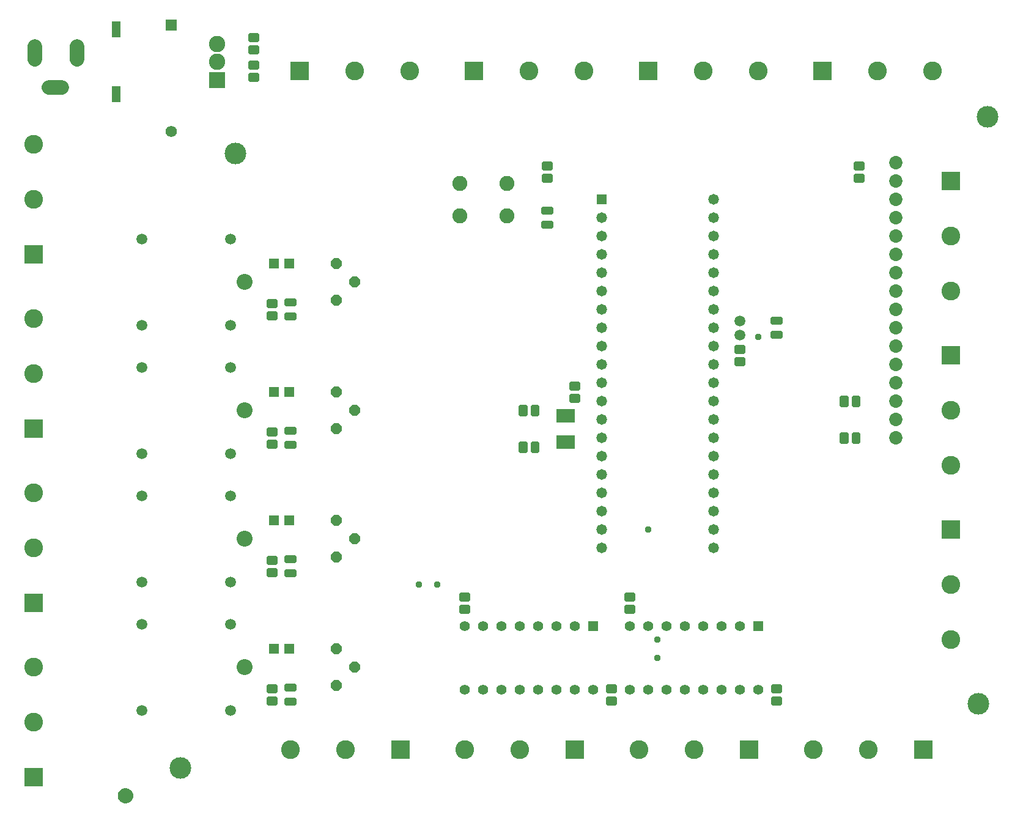
<source format=gbr>
G04 EAGLE Gerber RS-274X export*
G75*
%MOMM*%
%FSLAX34Y34*%
%LPD*%
%INSoldermask Top*%
%IPPOS*%
%AMOC8*
5,1,8,0,0,1.08239X$1,22.5*%
G01*
%ADD10C,0.701791*%
%ADD11R,1.561200X1.561200*%
%ADD12C,1.561200*%
%ADD13R,1.471200X1.471200*%
%ADD14C,1.471200*%
%ADD15R,2.258200X2.258200*%
%ADD16C,2.258200*%
%ADD17R,1.411200X1.411200*%
%ADD18C,1.411200*%
%ADD19C,2.003200*%
%ADD20C,2.213200*%
%ADD21C,1.511200*%
%ADD22R,1.403200X1.403200*%
%ADD23P,1.649562X8X22.500000*%
%ADD24C,0.643919*%
%ADD25R,1.295400X2.209800*%
%ADD26C,2.082800*%
%ADD27R,2.603200X2.603200*%
%ADD28C,2.603200*%
%ADD29R,2.603200X1.903200*%
%ADD30C,1.853200*%
%ADD31C,3.003200*%
%ADD32C,0.959600*%

G36*
X217692Y-99380D02*
X217692Y-99380D01*
X217735Y-99368D01*
X217801Y-99361D01*
X219484Y-98910D01*
X219525Y-98891D01*
X219588Y-98872D01*
X221168Y-98135D01*
X221205Y-98109D01*
X221264Y-98080D01*
X222692Y-97080D01*
X222723Y-97048D01*
X222776Y-97009D01*
X224009Y-95776D01*
X224034Y-95740D01*
X224080Y-95692D01*
X225080Y-94264D01*
X225098Y-94223D01*
X225135Y-94168D01*
X225872Y-92588D01*
X225883Y-92545D01*
X225910Y-92484D01*
X226361Y-90801D01*
X226363Y-90769D01*
X226370Y-90748D01*
X226370Y-90733D01*
X226380Y-90692D01*
X226532Y-88955D01*
X226528Y-88911D01*
X226532Y-88845D01*
X226380Y-87108D01*
X226368Y-87065D01*
X226361Y-86999D01*
X225910Y-85316D01*
X225891Y-85275D01*
X225872Y-85212D01*
X225135Y-83632D01*
X225109Y-83595D01*
X225080Y-83536D01*
X224080Y-82108D01*
X224048Y-82077D01*
X224009Y-82024D01*
X222776Y-80791D01*
X222740Y-80766D01*
X222692Y-80720D01*
X221264Y-79720D01*
X221223Y-79702D01*
X221168Y-79665D01*
X219588Y-78928D01*
X219545Y-78917D01*
X219484Y-78890D01*
X217801Y-78439D01*
X217756Y-78436D01*
X217692Y-78420D01*
X215955Y-78268D01*
X215911Y-78272D01*
X215845Y-78268D01*
X214108Y-78420D01*
X214065Y-78432D01*
X213999Y-78439D01*
X212316Y-78890D01*
X212275Y-78909D01*
X212212Y-78928D01*
X210632Y-79665D01*
X210595Y-79691D01*
X210536Y-79720D01*
X209108Y-80720D01*
X209077Y-80752D01*
X209024Y-80791D01*
X207791Y-82024D01*
X207766Y-82060D01*
X207720Y-82108D01*
X206720Y-83536D01*
X206702Y-83577D01*
X206665Y-83632D01*
X205928Y-85212D01*
X205917Y-85255D01*
X205890Y-85316D01*
X205439Y-86999D01*
X205436Y-87044D01*
X205420Y-87108D01*
X205268Y-88845D01*
X205272Y-88889D01*
X205268Y-88955D01*
X205420Y-90692D01*
X205432Y-90735D01*
X205436Y-90769D01*
X205436Y-90785D01*
X205438Y-90790D01*
X205439Y-90801D01*
X205890Y-92484D01*
X205909Y-92525D01*
X205928Y-92588D01*
X206665Y-94168D01*
X206691Y-94205D01*
X206720Y-94264D01*
X207720Y-95692D01*
X207752Y-95723D01*
X207791Y-95776D01*
X209024Y-97009D01*
X209060Y-97034D01*
X209108Y-97080D01*
X210536Y-98080D01*
X210577Y-98098D01*
X210632Y-98135D01*
X212212Y-98872D01*
X212255Y-98883D01*
X212316Y-98910D01*
X213999Y-99361D01*
X214044Y-99364D01*
X214108Y-99380D01*
X215845Y-99532D01*
X215889Y-99528D01*
X215955Y-99532D01*
X217692Y-99380D01*
G37*
G36*
X398491Y900732D02*
X398491Y900732D01*
X398498Y900737D01*
X398502Y900733D01*
X398884Y900824D01*
X398888Y900829D01*
X398892Y900827D01*
X399254Y900977D01*
X399257Y900982D01*
X399261Y900980D01*
X399595Y901185D01*
X399597Y901190D01*
X399601Y901190D01*
X399900Y901445D01*
X399901Y901450D01*
X399905Y901450D01*
X400160Y901749D01*
X400161Y901755D01*
X400165Y901755D01*
X400370Y902089D01*
X400369Y902095D01*
X400374Y902096D01*
X400524Y902458D01*
X400523Y902460D01*
X400524Y902460D01*
X400522Y902463D01*
X400522Y902464D01*
X400526Y902466D01*
X400617Y902848D01*
X400615Y902853D01*
X400617Y902854D01*
X400618Y902855D01*
X400649Y903246D01*
X400647Y903249D01*
X400649Y903250D01*
X400649Y908750D01*
X400647Y908752D01*
X400649Y908754D01*
X400618Y909145D01*
X400614Y909149D01*
X400617Y909152D01*
X400526Y909534D01*
X400521Y909538D01*
X400524Y909542D01*
X400374Y909904D01*
X400368Y909907D01*
X400370Y909911D01*
X400165Y910245D01*
X400160Y910247D01*
X400160Y910251D01*
X399905Y910550D01*
X399900Y910551D01*
X399900Y910555D01*
X399601Y910810D01*
X399595Y910811D01*
X399595Y910815D01*
X399261Y911020D01*
X399255Y911019D01*
X399254Y911024D01*
X398892Y911174D01*
X398886Y911172D01*
X398884Y911176D01*
X398502Y911267D01*
X398497Y911265D01*
X398495Y911268D01*
X398104Y911299D01*
X398101Y911297D01*
X398100Y911299D01*
X388909Y911268D01*
X388902Y911263D01*
X388898Y911267D01*
X388516Y911176D01*
X388512Y911171D01*
X388508Y911174D01*
X388146Y911024D01*
X388143Y911018D01*
X388139Y911020D01*
X387805Y910815D01*
X387803Y910810D01*
X387799Y910810D01*
X387500Y910555D01*
X387499Y910550D01*
X387495Y910550D01*
X387240Y910251D01*
X387239Y910245D01*
X387235Y910245D01*
X387030Y909911D01*
X387031Y909905D01*
X387027Y909904D01*
X386877Y909542D01*
X386878Y909536D01*
X386874Y909534D01*
X386783Y909152D01*
X386785Y909147D01*
X386782Y909145D01*
X386751Y908754D01*
X386753Y908751D01*
X386751Y908750D01*
X386751Y903250D01*
X386753Y903248D01*
X386751Y903246D01*
X386782Y902855D01*
X386786Y902851D01*
X386783Y902848D01*
X386874Y902466D01*
X386879Y902462D01*
X386877Y902458D01*
X387027Y902096D01*
X387032Y902093D01*
X387030Y902089D01*
X387235Y901755D01*
X387240Y901753D01*
X387240Y901749D01*
X387495Y901450D01*
X387500Y901449D01*
X387500Y901445D01*
X387799Y901190D01*
X387805Y901189D01*
X387805Y901185D01*
X388139Y900980D01*
X388145Y900981D01*
X388146Y900977D01*
X388508Y900827D01*
X388514Y900828D01*
X388516Y900824D01*
X388898Y900733D01*
X388903Y900735D01*
X388905Y900732D01*
X389296Y900701D01*
X389299Y900703D01*
X389300Y900701D01*
X398491Y900732D01*
G37*
G36*
X398491Y955632D02*
X398491Y955632D01*
X398498Y955637D01*
X398502Y955633D01*
X398884Y955724D01*
X398888Y955729D01*
X398892Y955727D01*
X399254Y955877D01*
X399257Y955882D01*
X399261Y955880D01*
X399595Y956085D01*
X399597Y956090D01*
X399601Y956090D01*
X399900Y956345D01*
X399901Y956350D01*
X399905Y956350D01*
X400160Y956649D01*
X400161Y956655D01*
X400165Y956655D01*
X400370Y956989D01*
X400369Y956995D01*
X400374Y956996D01*
X400524Y957358D01*
X400523Y957360D01*
X400524Y957360D01*
X400522Y957363D01*
X400522Y957364D01*
X400526Y957366D01*
X400617Y957748D01*
X400615Y957753D01*
X400617Y957754D01*
X400618Y957755D01*
X400649Y958146D01*
X400647Y958149D01*
X400649Y958150D01*
X400649Y963650D01*
X400647Y963652D01*
X400649Y963654D01*
X400618Y964045D01*
X400614Y964049D01*
X400617Y964052D01*
X400526Y964434D01*
X400521Y964438D01*
X400524Y964442D01*
X400374Y964804D01*
X400368Y964807D01*
X400370Y964811D01*
X400165Y965145D01*
X400160Y965147D01*
X400160Y965151D01*
X399905Y965450D01*
X399900Y965451D01*
X399900Y965455D01*
X399601Y965710D01*
X399595Y965711D01*
X399595Y965715D01*
X399261Y965920D01*
X399255Y965919D01*
X399254Y965924D01*
X398892Y966074D01*
X398886Y966072D01*
X398884Y966076D01*
X398502Y966167D01*
X398497Y966165D01*
X398495Y966168D01*
X398104Y966199D01*
X398101Y966197D01*
X398100Y966199D01*
X388909Y966168D01*
X388902Y966163D01*
X388898Y966167D01*
X388516Y966076D01*
X388512Y966071D01*
X388508Y966074D01*
X388146Y965924D01*
X388143Y965918D01*
X388139Y965920D01*
X387805Y965715D01*
X387803Y965710D01*
X387799Y965710D01*
X387500Y965455D01*
X387499Y965450D01*
X387495Y965450D01*
X387240Y965151D01*
X387239Y965145D01*
X387235Y965145D01*
X387030Y964811D01*
X387031Y964805D01*
X387027Y964804D01*
X386877Y964442D01*
X386878Y964436D01*
X386874Y964434D01*
X386783Y964052D01*
X386785Y964047D01*
X386782Y964045D01*
X386751Y963654D01*
X386753Y963651D01*
X386751Y963650D01*
X386751Y958150D01*
X386753Y958148D01*
X386751Y958146D01*
X386782Y957755D01*
X386786Y957751D01*
X386783Y957748D01*
X386874Y957366D01*
X386879Y957362D01*
X386877Y957358D01*
X387027Y956996D01*
X387032Y956993D01*
X387030Y956989D01*
X387235Y956655D01*
X387240Y956653D01*
X387240Y956649D01*
X387495Y956350D01*
X387500Y956349D01*
X387500Y956345D01*
X387799Y956090D01*
X387805Y956089D01*
X387805Y956085D01*
X388139Y955880D01*
X388145Y955881D01*
X388146Y955877D01*
X388508Y955727D01*
X388514Y955728D01*
X388516Y955724D01*
X388898Y955633D01*
X388903Y955635D01*
X388905Y955632D01*
X389296Y955601D01*
X389299Y955603D01*
X389300Y955601D01*
X398491Y955632D01*
G37*
G36*
X398491Y938832D02*
X398491Y938832D01*
X398498Y938837D01*
X398502Y938833D01*
X398884Y938924D01*
X398888Y938929D01*
X398892Y938927D01*
X399254Y939077D01*
X399257Y939082D01*
X399261Y939080D01*
X399595Y939285D01*
X399597Y939290D01*
X399601Y939290D01*
X399900Y939545D01*
X399901Y939550D01*
X399905Y939550D01*
X400160Y939849D01*
X400161Y939855D01*
X400165Y939855D01*
X400370Y940189D01*
X400369Y940195D01*
X400374Y940196D01*
X400524Y940558D01*
X400523Y940560D01*
X400524Y940560D01*
X400522Y940563D01*
X400522Y940564D01*
X400526Y940566D01*
X400617Y940948D01*
X400615Y940953D01*
X400617Y940954D01*
X400618Y940955D01*
X400649Y941346D01*
X400647Y941349D01*
X400649Y941350D01*
X400649Y946850D01*
X400647Y946852D01*
X400649Y946854D01*
X400618Y947245D01*
X400614Y947249D01*
X400617Y947252D01*
X400526Y947634D01*
X400521Y947638D01*
X400524Y947642D01*
X400374Y948004D01*
X400368Y948007D01*
X400370Y948011D01*
X400165Y948345D01*
X400160Y948347D01*
X400160Y948351D01*
X399905Y948650D01*
X399900Y948651D01*
X399900Y948655D01*
X399601Y948910D01*
X399595Y948911D01*
X399595Y948915D01*
X399261Y949120D01*
X399255Y949119D01*
X399254Y949124D01*
X398892Y949274D01*
X398886Y949272D01*
X398884Y949276D01*
X398502Y949367D01*
X398497Y949365D01*
X398495Y949368D01*
X398104Y949399D01*
X398101Y949397D01*
X398100Y949399D01*
X388909Y949368D01*
X388902Y949363D01*
X388898Y949367D01*
X388516Y949276D01*
X388512Y949271D01*
X388508Y949274D01*
X388146Y949124D01*
X388143Y949118D01*
X388139Y949120D01*
X387805Y948915D01*
X387803Y948910D01*
X387799Y948910D01*
X387500Y948655D01*
X387499Y948650D01*
X387495Y948650D01*
X387240Y948351D01*
X387239Y948345D01*
X387235Y948345D01*
X387030Y948011D01*
X387031Y948005D01*
X387027Y948004D01*
X386877Y947642D01*
X386878Y947636D01*
X386874Y947634D01*
X386783Y947252D01*
X386785Y947247D01*
X386782Y947245D01*
X386751Y946854D01*
X386753Y946851D01*
X386751Y946850D01*
X386751Y941350D01*
X386753Y941348D01*
X386751Y941346D01*
X386782Y940955D01*
X386786Y940951D01*
X386783Y940948D01*
X386874Y940566D01*
X386879Y940562D01*
X386877Y940558D01*
X387027Y940196D01*
X387032Y940193D01*
X387030Y940189D01*
X387235Y939855D01*
X387240Y939853D01*
X387240Y939849D01*
X387495Y939550D01*
X387500Y939549D01*
X387500Y939545D01*
X387799Y939290D01*
X387805Y939289D01*
X387805Y939285D01*
X388139Y939080D01*
X388145Y939081D01*
X388146Y939077D01*
X388508Y938927D01*
X388514Y938928D01*
X388516Y938924D01*
X388898Y938833D01*
X388903Y938835D01*
X388905Y938832D01*
X389296Y938801D01*
X389299Y938803D01*
X389300Y938801D01*
X398491Y938832D01*
G37*
G36*
X398491Y917532D02*
X398491Y917532D01*
X398498Y917537D01*
X398502Y917533D01*
X398884Y917624D01*
X398888Y917629D01*
X398892Y917627D01*
X399254Y917777D01*
X399257Y917782D01*
X399261Y917780D01*
X399595Y917985D01*
X399597Y917990D01*
X399601Y917990D01*
X399900Y918245D01*
X399901Y918250D01*
X399905Y918250D01*
X400160Y918549D01*
X400161Y918555D01*
X400165Y918555D01*
X400370Y918889D01*
X400369Y918895D01*
X400374Y918896D01*
X400524Y919258D01*
X400523Y919260D01*
X400524Y919260D01*
X400522Y919263D01*
X400522Y919264D01*
X400526Y919266D01*
X400617Y919648D01*
X400615Y919653D01*
X400617Y919654D01*
X400618Y919655D01*
X400649Y920046D01*
X400647Y920049D01*
X400649Y920050D01*
X400649Y925550D01*
X400647Y925552D01*
X400649Y925554D01*
X400618Y925945D01*
X400614Y925949D01*
X400617Y925952D01*
X400526Y926334D01*
X400521Y926338D01*
X400524Y926342D01*
X400374Y926704D01*
X400368Y926707D01*
X400370Y926711D01*
X400165Y927045D01*
X400160Y927047D01*
X400160Y927051D01*
X399905Y927350D01*
X399900Y927351D01*
X399900Y927355D01*
X399601Y927610D01*
X399595Y927611D01*
X399595Y927615D01*
X399261Y927820D01*
X399255Y927819D01*
X399254Y927824D01*
X398892Y927974D01*
X398886Y927972D01*
X398884Y927976D01*
X398502Y928067D01*
X398497Y928065D01*
X398495Y928068D01*
X398104Y928099D01*
X398101Y928097D01*
X398100Y928099D01*
X388909Y928068D01*
X388902Y928063D01*
X388898Y928067D01*
X388516Y927976D01*
X388512Y927971D01*
X388508Y927974D01*
X388146Y927824D01*
X388143Y927818D01*
X388139Y927820D01*
X387805Y927615D01*
X387803Y927610D01*
X387799Y927610D01*
X387500Y927355D01*
X387499Y927350D01*
X387495Y927350D01*
X387240Y927051D01*
X387239Y927045D01*
X387235Y927045D01*
X387030Y926711D01*
X387031Y926705D01*
X387027Y926704D01*
X386877Y926342D01*
X386878Y926336D01*
X386874Y926334D01*
X386783Y925952D01*
X386785Y925947D01*
X386782Y925945D01*
X386751Y925554D01*
X386753Y925551D01*
X386751Y925550D01*
X386751Y920050D01*
X386753Y920048D01*
X386751Y920046D01*
X386782Y919655D01*
X386786Y919651D01*
X386783Y919648D01*
X386874Y919266D01*
X386879Y919262D01*
X386877Y919258D01*
X387027Y918896D01*
X387032Y918893D01*
X387030Y918889D01*
X387235Y918555D01*
X387240Y918553D01*
X387240Y918549D01*
X387495Y918250D01*
X387500Y918249D01*
X387500Y918245D01*
X387799Y917990D01*
X387805Y917989D01*
X387805Y917985D01*
X388139Y917780D01*
X388145Y917781D01*
X388146Y917777D01*
X388508Y917627D01*
X388514Y917628D01*
X388516Y917624D01*
X388898Y917533D01*
X388903Y917535D01*
X388905Y917532D01*
X389296Y917501D01*
X389299Y917503D01*
X389300Y917501D01*
X398491Y917532D01*
G37*
G36*
X804891Y777832D02*
X804891Y777832D01*
X804898Y777837D01*
X804902Y777833D01*
X805284Y777924D01*
X805288Y777929D01*
X805292Y777927D01*
X805654Y778077D01*
X805657Y778082D01*
X805661Y778080D01*
X805995Y778285D01*
X805997Y778290D01*
X806001Y778290D01*
X806300Y778545D01*
X806301Y778550D01*
X806305Y778550D01*
X806560Y778849D01*
X806561Y778855D01*
X806565Y778855D01*
X806770Y779189D01*
X806769Y779195D01*
X806774Y779196D01*
X806924Y779558D01*
X806923Y779560D01*
X806924Y779560D01*
X806922Y779563D01*
X806922Y779564D01*
X806926Y779566D01*
X807017Y779948D01*
X807015Y779953D01*
X807017Y779954D01*
X807018Y779955D01*
X807049Y780346D01*
X807047Y780349D01*
X807049Y780350D01*
X807049Y785850D01*
X807047Y785852D01*
X807049Y785854D01*
X807018Y786245D01*
X807014Y786249D01*
X807017Y786252D01*
X806926Y786634D01*
X806921Y786638D01*
X806924Y786642D01*
X806774Y787004D01*
X806768Y787007D01*
X806770Y787011D01*
X806565Y787345D01*
X806560Y787347D01*
X806560Y787351D01*
X806305Y787650D01*
X806300Y787651D01*
X806300Y787655D01*
X806001Y787910D01*
X805995Y787911D01*
X805995Y787915D01*
X805661Y788120D01*
X805655Y788119D01*
X805654Y788124D01*
X805292Y788274D01*
X805286Y788272D01*
X805284Y788276D01*
X804902Y788367D01*
X804897Y788365D01*
X804895Y788368D01*
X804504Y788399D01*
X804501Y788397D01*
X804500Y788399D01*
X795309Y788368D01*
X795302Y788363D01*
X795298Y788367D01*
X794916Y788276D01*
X794912Y788271D01*
X794908Y788274D01*
X794546Y788124D01*
X794543Y788118D01*
X794539Y788120D01*
X794205Y787915D01*
X794203Y787910D01*
X794199Y787910D01*
X793900Y787655D01*
X793899Y787650D01*
X793895Y787650D01*
X793640Y787351D01*
X793639Y787345D01*
X793635Y787345D01*
X793430Y787011D01*
X793431Y787005D01*
X793427Y787004D01*
X793277Y786642D01*
X793278Y786636D01*
X793274Y786634D01*
X793183Y786252D01*
X793185Y786247D01*
X793182Y786245D01*
X793151Y785854D01*
X793153Y785851D01*
X793151Y785850D01*
X793151Y780350D01*
X793153Y780348D01*
X793151Y780346D01*
X793182Y779955D01*
X793186Y779951D01*
X793183Y779948D01*
X793274Y779566D01*
X793279Y779562D01*
X793277Y779558D01*
X793427Y779196D01*
X793432Y779193D01*
X793430Y779189D01*
X793635Y778855D01*
X793640Y778853D01*
X793640Y778849D01*
X793895Y778550D01*
X793900Y778549D01*
X793900Y778545D01*
X794199Y778290D01*
X794205Y778289D01*
X794205Y778285D01*
X794539Y778080D01*
X794545Y778081D01*
X794546Y778077D01*
X794908Y777927D01*
X794914Y777928D01*
X794916Y777924D01*
X795298Y777833D01*
X795303Y777835D01*
X795305Y777832D01*
X795696Y777801D01*
X795699Y777803D01*
X795700Y777801D01*
X804891Y777832D01*
G37*
G36*
X1236691Y777832D02*
X1236691Y777832D01*
X1236698Y777837D01*
X1236702Y777833D01*
X1237084Y777924D01*
X1237088Y777929D01*
X1237092Y777927D01*
X1237454Y778077D01*
X1237457Y778082D01*
X1237461Y778080D01*
X1237795Y778285D01*
X1237797Y778290D01*
X1237801Y778290D01*
X1238100Y778545D01*
X1238101Y778550D01*
X1238105Y778550D01*
X1238360Y778849D01*
X1238361Y778855D01*
X1238365Y778855D01*
X1238570Y779189D01*
X1238569Y779195D01*
X1238574Y779196D01*
X1238724Y779558D01*
X1238723Y779560D01*
X1238724Y779560D01*
X1238722Y779563D01*
X1238722Y779564D01*
X1238726Y779566D01*
X1238817Y779948D01*
X1238815Y779953D01*
X1238817Y779954D01*
X1238818Y779955D01*
X1238849Y780346D01*
X1238847Y780349D01*
X1238849Y780350D01*
X1238849Y785850D01*
X1238847Y785852D01*
X1238849Y785854D01*
X1238818Y786245D01*
X1238814Y786249D01*
X1238817Y786252D01*
X1238726Y786634D01*
X1238721Y786638D01*
X1238724Y786642D01*
X1238574Y787004D01*
X1238568Y787007D01*
X1238570Y787011D01*
X1238365Y787345D01*
X1238360Y787347D01*
X1238360Y787351D01*
X1238105Y787650D01*
X1238100Y787651D01*
X1238100Y787655D01*
X1237801Y787910D01*
X1237795Y787911D01*
X1237795Y787915D01*
X1237461Y788120D01*
X1237455Y788119D01*
X1237454Y788124D01*
X1237092Y788274D01*
X1237086Y788272D01*
X1237084Y788276D01*
X1236702Y788367D01*
X1236697Y788365D01*
X1236695Y788368D01*
X1236304Y788399D01*
X1236301Y788397D01*
X1236300Y788399D01*
X1227109Y788368D01*
X1227102Y788363D01*
X1227098Y788367D01*
X1226716Y788276D01*
X1226712Y788271D01*
X1226708Y788274D01*
X1226346Y788124D01*
X1226343Y788118D01*
X1226339Y788120D01*
X1226005Y787915D01*
X1226003Y787910D01*
X1225999Y787910D01*
X1225700Y787655D01*
X1225699Y787650D01*
X1225695Y787650D01*
X1225440Y787351D01*
X1225439Y787345D01*
X1225435Y787345D01*
X1225230Y787011D01*
X1225231Y787005D01*
X1225227Y787004D01*
X1225077Y786642D01*
X1225078Y786636D01*
X1225074Y786634D01*
X1224983Y786252D01*
X1224985Y786247D01*
X1224982Y786245D01*
X1224951Y785854D01*
X1224953Y785851D01*
X1224951Y785850D01*
X1224951Y780350D01*
X1224953Y780348D01*
X1224951Y780346D01*
X1224982Y779955D01*
X1224986Y779951D01*
X1224983Y779948D01*
X1225074Y779566D01*
X1225079Y779562D01*
X1225077Y779558D01*
X1225227Y779196D01*
X1225232Y779193D01*
X1225230Y779189D01*
X1225435Y778855D01*
X1225440Y778853D01*
X1225440Y778849D01*
X1225695Y778550D01*
X1225700Y778549D01*
X1225700Y778545D01*
X1225999Y778290D01*
X1226005Y778289D01*
X1226005Y778285D01*
X1226339Y778080D01*
X1226345Y778081D01*
X1226346Y778077D01*
X1226708Y777927D01*
X1226714Y777928D01*
X1226716Y777924D01*
X1227098Y777833D01*
X1227103Y777835D01*
X1227105Y777832D01*
X1227496Y777801D01*
X1227499Y777803D01*
X1227500Y777801D01*
X1236691Y777832D01*
G37*
G36*
X804891Y761032D02*
X804891Y761032D01*
X804898Y761037D01*
X804902Y761033D01*
X805284Y761124D01*
X805288Y761129D01*
X805292Y761127D01*
X805654Y761277D01*
X805657Y761282D01*
X805661Y761280D01*
X805995Y761485D01*
X805997Y761490D01*
X806001Y761490D01*
X806300Y761745D01*
X806301Y761750D01*
X806305Y761750D01*
X806560Y762049D01*
X806561Y762055D01*
X806565Y762055D01*
X806770Y762389D01*
X806769Y762395D01*
X806774Y762396D01*
X806924Y762758D01*
X806923Y762760D01*
X806924Y762760D01*
X806922Y762763D01*
X806922Y762764D01*
X806926Y762766D01*
X807017Y763148D01*
X807015Y763153D01*
X807017Y763154D01*
X807018Y763155D01*
X807049Y763546D01*
X807047Y763549D01*
X807049Y763550D01*
X807049Y769050D01*
X807047Y769052D01*
X807049Y769054D01*
X807018Y769445D01*
X807014Y769449D01*
X807017Y769452D01*
X806926Y769834D01*
X806921Y769838D01*
X806924Y769842D01*
X806774Y770204D01*
X806768Y770207D01*
X806770Y770211D01*
X806565Y770545D01*
X806560Y770547D01*
X806560Y770551D01*
X806305Y770850D01*
X806300Y770851D01*
X806300Y770855D01*
X806001Y771110D01*
X805995Y771111D01*
X805995Y771115D01*
X805661Y771320D01*
X805655Y771319D01*
X805654Y771324D01*
X805292Y771474D01*
X805286Y771472D01*
X805284Y771476D01*
X804902Y771567D01*
X804897Y771565D01*
X804895Y771568D01*
X804504Y771599D01*
X804501Y771597D01*
X804500Y771599D01*
X795309Y771568D01*
X795302Y771563D01*
X795298Y771567D01*
X794916Y771476D01*
X794912Y771471D01*
X794908Y771474D01*
X794546Y771324D01*
X794543Y771318D01*
X794539Y771320D01*
X794205Y771115D01*
X794203Y771110D01*
X794199Y771110D01*
X793900Y770855D01*
X793899Y770850D01*
X793895Y770850D01*
X793640Y770551D01*
X793639Y770545D01*
X793635Y770545D01*
X793430Y770211D01*
X793431Y770205D01*
X793427Y770204D01*
X793277Y769842D01*
X793278Y769836D01*
X793274Y769834D01*
X793183Y769452D01*
X793185Y769447D01*
X793182Y769445D01*
X793151Y769054D01*
X793153Y769051D01*
X793151Y769050D01*
X793151Y763550D01*
X793153Y763548D01*
X793151Y763546D01*
X793182Y763155D01*
X793186Y763151D01*
X793183Y763148D01*
X793274Y762766D01*
X793279Y762762D01*
X793277Y762758D01*
X793427Y762396D01*
X793432Y762393D01*
X793430Y762389D01*
X793635Y762055D01*
X793640Y762053D01*
X793640Y762049D01*
X793895Y761750D01*
X793900Y761749D01*
X793900Y761745D01*
X794199Y761490D01*
X794205Y761489D01*
X794205Y761485D01*
X794539Y761280D01*
X794545Y761281D01*
X794546Y761277D01*
X794908Y761127D01*
X794914Y761128D01*
X794916Y761124D01*
X795298Y761033D01*
X795303Y761035D01*
X795305Y761032D01*
X795696Y761001D01*
X795699Y761003D01*
X795700Y761001D01*
X804891Y761032D01*
G37*
G36*
X1236691Y761032D02*
X1236691Y761032D01*
X1236698Y761037D01*
X1236702Y761033D01*
X1237084Y761124D01*
X1237088Y761129D01*
X1237092Y761127D01*
X1237454Y761277D01*
X1237457Y761282D01*
X1237461Y761280D01*
X1237795Y761485D01*
X1237797Y761490D01*
X1237801Y761490D01*
X1238100Y761745D01*
X1238101Y761750D01*
X1238105Y761750D01*
X1238360Y762049D01*
X1238361Y762055D01*
X1238365Y762055D01*
X1238570Y762389D01*
X1238569Y762395D01*
X1238574Y762396D01*
X1238724Y762758D01*
X1238723Y762760D01*
X1238724Y762760D01*
X1238722Y762763D01*
X1238722Y762764D01*
X1238726Y762766D01*
X1238817Y763148D01*
X1238815Y763153D01*
X1238817Y763154D01*
X1238818Y763155D01*
X1238849Y763546D01*
X1238847Y763549D01*
X1238849Y763550D01*
X1238849Y769050D01*
X1238847Y769052D01*
X1238849Y769054D01*
X1238818Y769445D01*
X1238814Y769449D01*
X1238817Y769452D01*
X1238726Y769834D01*
X1238721Y769838D01*
X1238724Y769842D01*
X1238574Y770204D01*
X1238568Y770207D01*
X1238570Y770211D01*
X1238365Y770545D01*
X1238360Y770547D01*
X1238360Y770551D01*
X1238105Y770850D01*
X1238100Y770851D01*
X1238100Y770855D01*
X1237801Y771110D01*
X1237795Y771111D01*
X1237795Y771115D01*
X1237461Y771320D01*
X1237455Y771319D01*
X1237454Y771324D01*
X1237092Y771474D01*
X1237086Y771472D01*
X1237084Y771476D01*
X1236702Y771567D01*
X1236697Y771565D01*
X1236695Y771568D01*
X1236304Y771599D01*
X1236301Y771597D01*
X1236300Y771599D01*
X1227109Y771568D01*
X1227102Y771563D01*
X1227098Y771567D01*
X1226716Y771476D01*
X1226712Y771471D01*
X1226708Y771474D01*
X1226346Y771324D01*
X1226343Y771318D01*
X1226339Y771320D01*
X1226005Y771115D01*
X1226003Y771110D01*
X1225999Y771110D01*
X1225700Y770855D01*
X1225699Y770850D01*
X1225695Y770850D01*
X1225440Y770551D01*
X1225439Y770545D01*
X1225435Y770545D01*
X1225230Y770211D01*
X1225231Y770205D01*
X1225227Y770204D01*
X1225077Y769842D01*
X1225078Y769836D01*
X1225074Y769834D01*
X1224983Y769452D01*
X1224985Y769447D01*
X1224982Y769445D01*
X1224951Y769054D01*
X1224953Y769051D01*
X1224951Y769050D01*
X1224951Y763550D01*
X1224953Y763548D01*
X1224951Y763546D01*
X1224982Y763155D01*
X1224986Y763151D01*
X1224983Y763148D01*
X1225074Y762766D01*
X1225079Y762762D01*
X1225077Y762758D01*
X1225227Y762396D01*
X1225232Y762393D01*
X1225230Y762389D01*
X1225435Y762055D01*
X1225440Y762053D01*
X1225440Y762049D01*
X1225695Y761750D01*
X1225700Y761749D01*
X1225700Y761745D01*
X1225999Y761490D01*
X1226005Y761489D01*
X1226005Y761485D01*
X1226339Y761280D01*
X1226345Y761281D01*
X1226346Y761277D01*
X1226708Y761127D01*
X1226714Y761128D01*
X1226716Y761124D01*
X1227098Y761033D01*
X1227103Y761035D01*
X1227105Y761032D01*
X1227496Y761001D01*
X1227499Y761003D01*
X1227500Y761001D01*
X1236691Y761032D01*
G37*
G36*
X1122391Y53932D02*
X1122391Y53932D01*
X1122398Y53937D01*
X1122402Y53933D01*
X1122784Y54024D01*
X1122788Y54029D01*
X1122792Y54027D01*
X1123154Y54177D01*
X1123157Y54182D01*
X1123161Y54180D01*
X1123495Y54385D01*
X1123497Y54390D01*
X1123501Y54390D01*
X1123800Y54645D01*
X1123801Y54650D01*
X1123805Y54650D01*
X1124060Y54949D01*
X1124061Y54955D01*
X1124065Y54955D01*
X1124270Y55289D01*
X1124269Y55295D01*
X1124274Y55296D01*
X1124424Y55658D01*
X1124423Y55660D01*
X1124424Y55660D01*
X1124422Y55663D01*
X1124422Y55664D01*
X1124426Y55666D01*
X1124517Y56048D01*
X1124515Y56053D01*
X1124517Y56054D01*
X1124518Y56055D01*
X1124549Y56446D01*
X1124547Y56449D01*
X1124549Y56450D01*
X1124549Y61950D01*
X1124547Y61952D01*
X1124549Y61954D01*
X1124518Y62345D01*
X1124514Y62349D01*
X1124517Y62352D01*
X1124426Y62734D01*
X1124421Y62738D01*
X1124424Y62742D01*
X1124274Y63104D01*
X1124268Y63107D01*
X1124270Y63111D01*
X1124065Y63445D01*
X1124060Y63447D01*
X1124060Y63451D01*
X1123805Y63750D01*
X1123800Y63751D01*
X1123800Y63755D01*
X1123501Y64010D01*
X1123495Y64011D01*
X1123495Y64015D01*
X1123161Y64220D01*
X1123155Y64219D01*
X1123154Y64224D01*
X1122792Y64374D01*
X1122786Y64372D01*
X1122784Y64376D01*
X1122402Y64467D01*
X1122397Y64465D01*
X1122395Y64468D01*
X1122004Y64499D01*
X1122001Y64497D01*
X1122000Y64499D01*
X1112809Y64468D01*
X1112802Y64463D01*
X1112798Y64467D01*
X1112416Y64376D01*
X1112412Y64371D01*
X1112408Y64374D01*
X1112046Y64224D01*
X1112043Y64218D01*
X1112039Y64220D01*
X1111705Y64015D01*
X1111703Y64010D01*
X1111699Y64010D01*
X1111400Y63755D01*
X1111399Y63750D01*
X1111395Y63750D01*
X1111140Y63451D01*
X1111139Y63445D01*
X1111135Y63445D01*
X1110930Y63111D01*
X1110931Y63105D01*
X1110927Y63104D01*
X1110777Y62742D01*
X1110778Y62736D01*
X1110774Y62734D01*
X1110683Y62352D01*
X1110685Y62347D01*
X1110682Y62345D01*
X1110651Y61954D01*
X1110653Y61951D01*
X1110651Y61950D01*
X1110651Y56450D01*
X1110653Y56448D01*
X1110651Y56446D01*
X1110682Y56055D01*
X1110686Y56051D01*
X1110683Y56048D01*
X1110774Y55666D01*
X1110779Y55662D01*
X1110777Y55658D01*
X1110927Y55296D01*
X1110932Y55293D01*
X1110930Y55289D01*
X1111135Y54955D01*
X1111140Y54953D01*
X1111140Y54949D01*
X1111395Y54650D01*
X1111400Y54649D01*
X1111400Y54645D01*
X1111699Y54390D01*
X1111705Y54389D01*
X1111705Y54385D01*
X1112039Y54180D01*
X1112045Y54181D01*
X1112046Y54177D01*
X1112408Y54027D01*
X1112414Y54028D01*
X1112416Y54024D01*
X1112798Y53933D01*
X1112803Y53935D01*
X1112805Y53932D01*
X1113196Y53901D01*
X1113199Y53903D01*
X1113200Y53901D01*
X1122391Y53932D01*
G37*
G36*
X423891Y37132D02*
X423891Y37132D01*
X423898Y37137D01*
X423902Y37133D01*
X424284Y37224D01*
X424288Y37229D01*
X424292Y37227D01*
X424654Y37377D01*
X424657Y37382D01*
X424661Y37380D01*
X424995Y37585D01*
X424997Y37590D01*
X425001Y37590D01*
X425300Y37845D01*
X425301Y37850D01*
X425305Y37850D01*
X425560Y38149D01*
X425561Y38155D01*
X425565Y38155D01*
X425770Y38489D01*
X425769Y38495D01*
X425774Y38496D01*
X425924Y38858D01*
X425923Y38860D01*
X425924Y38860D01*
X425922Y38863D01*
X425922Y38864D01*
X425926Y38866D01*
X426017Y39248D01*
X426015Y39253D01*
X426017Y39254D01*
X426018Y39255D01*
X426049Y39646D01*
X426047Y39649D01*
X426049Y39650D01*
X426049Y45150D01*
X426047Y45152D01*
X426049Y45154D01*
X426018Y45545D01*
X426014Y45549D01*
X426017Y45552D01*
X425926Y45934D01*
X425921Y45938D01*
X425924Y45942D01*
X425774Y46304D01*
X425768Y46307D01*
X425770Y46311D01*
X425565Y46645D01*
X425560Y46647D01*
X425560Y46651D01*
X425305Y46950D01*
X425300Y46951D01*
X425300Y46955D01*
X425001Y47210D01*
X424995Y47211D01*
X424995Y47215D01*
X424661Y47420D01*
X424655Y47419D01*
X424654Y47424D01*
X424292Y47574D01*
X424286Y47572D01*
X424284Y47576D01*
X423902Y47667D01*
X423897Y47665D01*
X423895Y47668D01*
X423504Y47699D01*
X423501Y47697D01*
X423500Y47699D01*
X414309Y47668D01*
X414302Y47663D01*
X414298Y47667D01*
X413916Y47576D01*
X413912Y47571D01*
X413908Y47574D01*
X413546Y47424D01*
X413543Y47418D01*
X413539Y47420D01*
X413205Y47215D01*
X413203Y47210D01*
X413199Y47210D01*
X412900Y46955D01*
X412899Y46950D01*
X412895Y46950D01*
X412640Y46651D01*
X412639Y46645D01*
X412635Y46645D01*
X412430Y46311D01*
X412431Y46305D01*
X412427Y46304D01*
X412277Y45942D01*
X412278Y45936D01*
X412274Y45934D01*
X412183Y45552D01*
X412185Y45547D01*
X412182Y45545D01*
X412151Y45154D01*
X412153Y45151D01*
X412151Y45150D01*
X412151Y39650D01*
X412153Y39648D01*
X412151Y39646D01*
X412182Y39255D01*
X412186Y39251D01*
X412183Y39248D01*
X412274Y38866D01*
X412279Y38862D01*
X412277Y38858D01*
X412427Y38496D01*
X412432Y38493D01*
X412430Y38489D01*
X412635Y38155D01*
X412640Y38153D01*
X412640Y38149D01*
X412895Y37850D01*
X412900Y37849D01*
X412900Y37845D01*
X413199Y37590D01*
X413205Y37589D01*
X413205Y37585D01*
X413539Y37380D01*
X413545Y37381D01*
X413546Y37377D01*
X413908Y37227D01*
X413914Y37228D01*
X413916Y37224D01*
X414298Y37133D01*
X414303Y37135D01*
X414305Y37132D01*
X414696Y37101D01*
X414699Y37103D01*
X414700Y37101D01*
X423891Y37132D01*
G37*
G36*
X893791Y37132D02*
X893791Y37132D01*
X893798Y37137D01*
X893802Y37133D01*
X894184Y37224D01*
X894188Y37229D01*
X894192Y37227D01*
X894554Y37377D01*
X894557Y37382D01*
X894561Y37380D01*
X894895Y37585D01*
X894897Y37590D01*
X894901Y37590D01*
X895200Y37845D01*
X895201Y37850D01*
X895205Y37850D01*
X895460Y38149D01*
X895461Y38155D01*
X895465Y38155D01*
X895670Y38489D01*
X895669Y38495D01*
X895674Y38496D01*
X895824Y38858D01*
X895823Y38860D01*
X895824Y38860D01*
X895822Y38863D01*
X895822Y38864D01*
X895826Y38866D01*
X895917Y39248D01*
X895915Y39253D01*
X895917Y39254D01*
X895918Y39255D01*
X895949Y39646D01*
X895947Y39649D01*
X895949Y39650D01*
X895949Y45150D01*
X895947Y45152D01*
X895949Y45154D01*
X895918Y45545D01*
X895914Y45549D01*
X895917Y45552D01*
X895826Y45934D01*
X895821Y45938D01*
X895824Y45942D01*
X895674Y46304D01*
X895668Y46307D01*
X895670Y46311D01*
X895465Y46645D01*
X895460Y46647D01*
X895460Y46651D01*
X895205Y46950D01*
X895200Y46951D01*
X895200Y46955D01*
X894901Y47210D01*
X894895Y47211D01*
X894895Y47215D01*
X894561Y47420D01*
X894555Y47419D01*
X894554Y47424D01*
X894192Y47574D01*
X894186Y47572D01*
X894184Y47576D01*
X893802Y47667D01*
X893797Y47665D01*
X893795Y47668D01*
X893404Y47699D01*
X893401Y47697D01*
X893400Y47699D01*
X884209Y47668D01*
X884202Y47663D01*
X884198Y47667D01*
X883816Y47576D01*
X883812Y47571D01*
X883808Y47574D01*
X883446Y47424D01*
X883443Y47418D01*
X883439Y47420D01*
X883105Y47215D01*
X883103Y47210D01*
X883099Y47210D01*
X882800Y46955D01*
X882799Y46950D01*
X882795Y46950D01*
X882540Y46651D01*
X882539Y46645D01*
X882535Y46645D01*
X882330Y46311D01*
X882331Y46305D01*
X882327Y46304D01*
X882177Y45942D01*
X882178Y45936D01*
X882174Y45934D01*
X882083Y45552D01*
X882085Y45547D01*
X882082Y45545D01*
X882051Y45154D01*
X882053Y45151D01*
X882051Y45150D01*
X882051Y39650D01*
X882053Y39648D01*
X882051Y39646D01*
X882082Y39255D01*
X882086Y39251D01*
X882083Y39248D01*
X882174Y38866D01*
X882179Y38862D01*
X882177Y38858D01*
X882327Y38496D01*
X882332Y38493D01*
X882330Y38489D01*
X882535Y38155D01*
X882540Y38153D01*
X882540Y38149D01*
X882795Y37850D01*
X882800Y37849D01*
X882800Y37845D01*
X883099Y37590D01*
X883105Y37589D01*
X883105Y37585D01*
X883439Y37380D01*
X883445Y37381D01*
X883446Y37377D01*
X883808Y37227D01*
X883814Y37228D01*
X883816Y37224D01*
X884198Y37133D01*
X884203Y37135D01*
X884205Y37132D01*
X884596Y37101D01*
X884599Y37103D01*
X884600Y37101D01*
X893791Y37132D01*
G37*
G36*
X423891Y587332D02*
X423891Y587332D01*
X423898Y587337D01*
X423902Y587333D01*
X424284Y587424D01*
X424288Y587429D01*
X424292Y587427D01*
X424654Y587577D01*
X424657Y587582D01*
X424661Y587580D01*
X424995Y587785D01*
X424997Y587790D01*
X425001Y587790D01*
X425300Y588045D01*
X425301Y588050D01*
X425305Y588050D01*
X425560Y588349D01*
X425561Y588355D01*
X425565Y588355D01*
X425770Y588689D01*
X425769Y588695D01*
X425774Y588696D01*
X425924Y589058D01*
X425923Y589060D01*
X425924Y589060D01*
X425922Y589063D01*
X425922Y589064D01*
X425926Y589066D01*
X426017Y589448D01*
X426015Y589453D01*
X426017Y589454D01*
X426018Y589455D01*
X426049Y589846D01*
X426047Y589849D01*
X426049Y589850D01*
X426049Y595350D01*
X426047Y595352D01*
X426049Y595354D01*
X426018Y595745D01*
X426014Y595749D01*
X426017Y595752D01*
X425926Y596134D01*
X425921Y596138D01*
X425924Y596142D01*
X425774Y596504D01*
X425768Y596507D01*
X425770Y596511D01*
X425565Y596845D01*
X425560Y596847D01*
X425560Y596851D01*
X425305Y597150D01*
X425300Y597151D01*
X425300Y597155D01*
X425001Y597410D01*
X424995Y597411D01*
X424995Y597415D01*
X424661Y597620D01*
X424655Y597619D01*
X424654Y597624D01*
X424292Y597774D01*
X424286Y597772D01*
X424284Y597776D01*
X423902Y597867D01*
X423897Y597865D01*
X423895Y597868D01*
X423504Y597899D01*
X423501Y597897D01*
X423500Y597899D01*
X414309Y597868D01*
X414302Y597863D01*
X414298Y597867D01*
X413916Y597776D01*
X413912Y597771D01*
X413908Y597774D01*
X413546Y597624D01*
X413543Y597618D01*
X413539Y597620D01*
X413205Y597415D01*
X413203Y597410D01*
X413199Y597410D01*
X412900Y597155D01*
X412899Y597150D01*
X412895Y597150D01*
X412640Y596851D01*
X412639Y596845D01*
X412635Y596845D01*
X412430Y596511D01*
X412431Y596505D01*
X412427Y596504D01*
X412277Y596142D01*
X412278Y596136D01*
X412274Y596134D01*
X412183Y595752D01*
X412185Y595747D01*
X412182Y595745D01*
X412151Y595354D01*
X412153Y595351D01*
X412151Y595350D01*
X412151Y589850D01*
X412153Y589848D01*
X412151Y589846D01*
X412182Y589455D01*
X412186Y589451D01*
X412183Y589448D01*
X412274Y589066D01*
X412279Y589062D01*
X412277Y589058D01*
X412427Y588696D01*
X412432Y588693D01*
X412430Y588689D01*
X412635Y588355D01*
X412640Y588353D01*
X412640Y588349D01*
X412895Y588050D01*
X412900Y588049D01*
X412900Y588045D01*
X413199Y587790D01*
X413205Y587789D01*
X413205Y587785D01*
X413539Y587580D01*
X413545Y587581D01*
X413546Y587577D01*
X413908Y587427D01*
X413914Y587428D01*
X413916Y587424D01*
X414298Y587333D01*
X414303Y587335D01*
X414305Y587332D01*
X414696Y587301D01*
X414699Y587303D01*
X414700Y587301D01*
X423891Y587332D01*
G37*
G36*
X423891Y570532D02*
X423891Y570532D01*
X423898Y570537D01*
X423902Y570533D01*
X424284Y570624D01*
X424288Y570629D01*
X424292Y570627D01*
X424654Y570777D01*
X424657Y570782D01*
X424661Y570780D01*
X424995Y570985D01*
X424997Y570990D01*
X425001Y570990D01*
X425300Y571245D01*
X425301Y571250D01*
X425305Y571250D01*
X425560Y571549D01*
X425561Y571555D01*
X425565Y571555D01*
X425770Y571889D01*
X425769Y571895D01*
X425774Y571896D01*
X425924Y572258D01*
X425923Y572260D01*
X425924Y572260D01*
X425922Y572263D01*
X425922Y572264D01*
X425926Y572266D01*
X426017Y572648D01*
X426015Y572653D01*
X426017Y572654D01*
X426018Y572655D01*
X426049Y573046D01*
X426047Y573049D01*
X426049Y573050D01*
X426049Y578550D01*
X426047Y578552D01*
X426049Y578554D01*
X426018Y578945D01*
X426014Y578949D01*
X426017Y578952D01*
X425926Y579334D01*
X425921Y579338D01*
X425924Y579342D01*
X425774Y579704D01*
X425768Y579707D01*
X425770Y579711D01*
X425565Y580045D01*
X425560Y580047D01*
X425560Y580051D01*
X425305Y580350D01*
X425300Y580351D01*
X425300Y580355D01*
X425001Y580610D01*
X424995Y580611D01*
X424995Y580615D01*
X424661Y580820D01*
X424655Y580819D01*
X424654Y580824D01*
X424292Y580974D01*
X424286Y580972D01*
X424284Y580976D01*
X423902Y581067D01*
X423897Y581065D01*
X423895Y581068D01*
X423504Y581099D01*
X423501Y581097D01*
X423500Y581099D01*
X414309Y581068D01*
X414302Y581063D01*
X414298Y581067D01*
X413916Y580976D01*
X413912Y580971D01*
X413908Y580974D01*
X413546Y580824D01*
X413543Y580818D01*
X413539Y580820D01*
X413205Y580615D01*
X413203Y580610D01*
X413199Y580610D01*
X412900Y580355D01*
X412899Y580350D01*
X412895Y580350D01*
X412640Y580051D01*
X412639Y580045D01*
X412635Y580045D01*
X412430Y579711D01*
X412431Y579705D01*
X412427Y579704D01*
X412277Y579342D01*
X412278Y579336D01*
X412274Y579334D01*
X412183Y578952D01*
X412185Y578947D01*
X412182Y578945D01*
X412151Y578554D01*
X412153Y578551D01*
X412151Y578550D01*
X412151Y573050D01*
X412153Y573048D01*
X412151Y573046D01*
X412182Y572655D01*
X412186Y572651D01*
X412183Y572648D01*
X412274Y572266D01*
X412279Y572262D01*
X412277Y572258D01*
X412427Y571896D01*
X412432Y571893D01*
X412430Y571889D01*
X412635Y571555D01*
X412640Y571553D01*
X412640Y571549D01*
X412895Y571250D01*
X412900Y571249D01*
X412900Y571245D01*
X413199Y570990D01*
X413205Y570989D01*
X413205Y570985D01*
X413539Y570780D01*
X413545Y570781D01*
X413546Y570777D01*
X413908Y570627D01*
X413914Y570628D01*
X413916Y570624D01*
X414298Y570533D01*
X414303Y570535D01*
X414305Y570532D01*
X414696Y570501D01*
X414699Y570503D01*
X414700Y570501D01*
X423891Y570532D01*
G37*
G36*
X1122391Y37132D02*
X1122391Y37132D01*
X1122398Y37137D01*
X1122402Y37133D01*
X1122784Y37224D01*
X1122788Y37229D01*
X1122792Y37227D01*
X1123154Y37377D01*
X1123157Y37382D01*
X1123161Y37380D01*
X1123495Y37585D01*
X1123497Y37590D01*
X1123501Y37590D01*
X1123800Y37845D01*
X1123801Y37850D01*
X1123805Y37850D01*
X1124060Y38149D01*
X1124061Y38155D01*
X1124065Y38155D01*
X1124270Y38489D01*
X1124269Y38495D01*
X1124274Y38496D01*
X1124424Y38858D01*
X1124423Y38860D01*
X1124424Y38860D01*
X1124422Y38863D01*
X1124422Y38864D01*
X1124426Y38866D01*
X1124517Y39248D01*
X1124515Y39253D01*
X1124517Y39254D01*
X1124518Y39255D01*
X1124549Y39646D01*
X1124547Y39649D01*
X1124549Y39650D01*
X1124549Y45150D01*
X1124547Y45152D01*
X1124549Y45154D01*
X1124518Y45545D01*
X1124514Y45549D01*
X1124517Y45552D01*
X1124426Y45934D01*
X1124421Y45938D01*
X1124424Y45942D01*
X1124274Y46304D01*
X1124268Y46307D01*
X1124270Y46311D01*
X1124065Y46645D01*
X1124060Y46647D01*
X1124060Y46651D01*
X1123805Y46950D01*
X1123800Y46951D01*
X1123800Y46955D01*
X1123501Y47210D01*
X1123495Y47211D01*
X1123495Y47215D01*
X1123161Y47420D01*
X1123155Y47419D01*
X1123154Y47424D01*
X1122792Y47574D01*
X1122786Y47572D01*
X1122784Y47576D01*
X1122402Y47667D01*
X1122397Y47665D01*
X1122395Y47668D01*
X1122004Y47699D01*
X1122001Y47697D01*
X1122000Y47699D01*
X1112809Y47668D01*
X1112802Y47663D01*
X1112798Y47667D01*
X1112416Y47576D01*
X1112412Y47571D01*
X1112408Y47574D01*
X1112046Y47424D01*
X1112043Y47418D01*
X1112039Y47420D01*
X1111705Y47215D01*
X1111703Y47210D01*
X1111699Y47210D01*
X1111400Y46955D01*
X1111399Y46950D01*
X1111395Y46950D01*
X1111140Y46651D01*
X1111139Y46645D01*
X1111135Y46645D01*
X1110930Y46311D01*
X1110931Y46305D01*
X1110927Y46304D01*
X1110777Y45942D01*
X1110778Y45936D01*
X1110774Y45934D01*
X1110683Y45552D01*
X1110685Y45547D01*
X1110682Y45545D01*
X1110651Y45154D01*
X1110653Y45151D01*
X1110651Y45150D01*
X1110651Y39650D01*
X1110653Y39648D01*
X1110651Y39646D01*
X1110682Y39255D01*
X1110686Y39251D01*
X1110683Y39248D01*
X1110774Y38866D01*
X1110779Y38862D01*
X1110777Y38858D01*
X1110927Y38496D01*
X1110932Y38493D01*
X1110930Y38489D01*
X1111135Y38155D01*
X1111140Y38153D01*
X1111140Y38149D01*
X1111395Y37850D01*
X1111400Y37849D01*
X1111400Y37845D01*
X1111699Y37590D01*
X1111705Y37589D01*
X1111705Y37585D01*
X1112039Y37380D01*
X1112045Y37381D01*
X1112046Y37377D01*
X1112408Y37227D01*
X1112414Y37228D01*
X1112416Y37224D01*
X1112798Y37133D01*
X1112803Y37135D01*
X1112805Y37132D01*
X1113196Y37101D01*
X1113199Y37103D01*
X1113200Y37101D01*
X1122391Y37132D01*
G37*
G36*
X893791Y53932D02*
X893791Y53932D01*
X893798Y53937D01*
X893802Y53933D01*
X894184Y54024D01*
X894188Y54029D01*
X894192Y54027D01*
X894554Y54177D01*
X894557Y54182D01*
X894561Y54180D01*
X894895Y54385D01*
X894897Y54390D01*
X894901Y54390D01*
X895200Y54645D01*
X895201Y54650D01*
X895205Y54650D01*
X895460Y54949D01*
X895461Y54955D01*
X895465Y54955D01*
X895670Y55289D01*
X895669Y55295D01*
X895674Y55296D01*
X895824Y55658D01*
X895823Y55660D01*
X895824Y55660D01*
X895822Y55663D01*
X895822Y55664D01*
X895826Y55666D01*
X895917Y56048D01*
X895915Y56053D01*
X895917Y56054D01*
X895918Y56055D01*
X895949Y56446D01*
X895947Y56449D01*
X895949Y56450D01*
X895949Y61950D01*
X895947Y61952D01*
X895949Y61954D01*
X895918Y62345D01*
X895914Y62349D01*
X895917Y62352D01*
X895826Y62734D01*
X895821Y62738D01*
X895824Y62742D01*
X895674Y63104D01*
X895668Y63107D01*
X895670Y63111D01*
X895465Y63445D01*
X895460Y63447D01*
X895460Y63451D01*
X895205Y63750D01*
X895200Y63751D01*
X895200Y63755D01*
X894901Y64010D01*
X894895Y64011D01*
X894895Y64015D01*
X894561Y64220D01*
X894555Y64219D01*
X894554Y64224D01*
X894192Y64374D01*
X894186Y64372D01*
X894184Y64376D01*
X893802Y64467D01*
X893797Y64465D01*
X893795Y64468D01*
X893404Y64499D01*
X893401Y64497D01*
X893400Y64499D01*
X884209Y64468D01*
X884202Y64463D01*
X884198Y64467D01*
X883816Y64376D01*
X883812Y64371D01*
X883808Y64374D01*
X883446Y64224D01*
X883443Y64218D01*
X883439Y64220D01*
X883105Y64015D01*
X883103Y64010D01*
X883099Y64010D01*
X882800Y63755D01*
X882799Y63750D01*
X882795Y63750D01*
X882540Y63451D01*
X882539Y63445D01*
X882535Y63445D01*
X882330Y63111D01*
X882331Y63105D01*
X882327Y63104D01*
X882177Y62742D01*
X882178Y62736D01*
X882174Y62734D01*
X882083Y62352D01*
X882085Y62347D01*
X882082Y62345D01*
X882051Y61954D01*
X882053Y61951D01*
X882051Y61950D01*
X882051Y56450D01*
X882053Y56448D01*
X882051Y56446D01*
X882082Y56055D01*
X882086Y56051D01*
X882083Y56048D01*
X882174Y55666D01*
X882179Y55662D01*
X882177Y55658D01*
X882327Y55296D01*
X882332Y55293D01*
X882330Y55289D01*
X882535Y54955D01*
X882540Y54953D01*
X882540Y54949D01*
X882795Y54650D01*
X882800Y54649D01*
X882800Y54645D01*
X883099Y54390D01*
X883105Y54389D01*
X883105Y54385D01*
X883439Y54180D01*
X883445Y54181D01*
X883446Y54177D01*
X883808Y54027D01*
X883814Y54028D01*
X883816Y54024D01*
X884198Y53933D01*
X884203Y53935D01*
X884205Y53932D01*
X884596Y53901D01*
X884599Y53903D01*
X884600Y53901D01*
X893791Y53932D01*
G37*
G36*
X1071591Y523832D02*
X1071591Y523832D01*
X1071598Y523837D01*
X1071602Y523833D01*
X1071984Y523924D01*
X1071988Y523929D01*
X1071992Y523927D01*
X1072354Y524077D01*
X1072357Y524082D01*
X1072361Y524080D01*
X1072695Y524285D01*
X1072697Y524290D01*
X1072701Y524290D01*
X1073000Y524545D01*
X1073001Y524550D01*
X1073005Y524550D01*
X1073260Y524849D01*
X1073261Y524855D01*
X1073265Y524855D01*
X1073470Y525189D01*
X1073469Y525195D01*
X1073474Y525196D01*
X1073624Y525558D01*
X1073623Y525560D01*
X1073624Y525560D01*
X1073622Y525563D01*
X1073622Y525564D01*
X1073626Y525566D01*
X1073717Y525948D01*
X1073715Y525953D01*
X1073717Y525954D01*
X1073718Y525955D01*
X1073749Y526346D01*
X1073747Y526349D01*
X1073749Y526350D01*
X1073749Y531850D01*
X1073747Y531852D01*
X1073749Y531854D01*
X1073718Y532245D01*
X1073714Y532249D01*
X1073717Y532252D01*
X1073626Y532634D01*
X1073621Y532638D01*
X1073624Y532642D01*
X1073474Y533004D01*
X1073468Y533007D01*
X1073470Y533011D01*
X1073265Y533345D01*
X1073260Y533347D01*
X1073260Y533351D01*
X1073005Y533650D01*
X1073000Y533651D01*
X1073000Y533655D01*
X1072701Y533910D01*
X1072695Y533911D01*
X1072695Y533915D01*
X1072361Y534120D01*
X1072355Y534119D01*
X1072354Y534124D01*
X1071992Y534274D01*
X1071986Y534272D01*
X1071984Y534276D01*
X1071602Y534367D01*
X1071597Y534365D01*
X1071595Y534368D01*
X1071204Y534399D01*
X1071201Y534397D01*
X1071200Y534399D01*
X1062009Y534368D01*
X1062002Y534363D01*
X1061998Y534367D01*
X1061616Y534276D01*
X1061612Y534271D01*
X1061608Y534274D01*
X1061246Y534124D01*
X1061243Y534118D01*
X1061239Y534120D01*
X1060905Y533915D01*
X1060903Y533910D01*
X1060899Y533910D01*
X1060600Y533655D01*
X1060599Y533650D01*
X1060595Y533650D01*
X1060340Y533351D01*
X1060339Y533345D01*
X1060335Y533345D01*
X1060130Y533011D01*
X1060131Y533005D01*
X1060127Y533004D01*
X1059977Y532642D01*
X1059978Y532636D01*
X1059974Y532634D01*
X1059883Y532252D01*
X1059885Y532247D01*
X1059882Y532245D01*
X1059851Y531854D01*
X1059853Y531851D01*
X1059851Y531850D01*
X1059851Y526350D01*
X1059853Y526348D01*
X1059851Y526346D01*
X1059882Y525955D01*
X1059886Y525951D01*
X1059883Y525948D01*
X1059974Y525566D01*
X1059979Y525562D01*
X1059977Y525558D01*
X1060127Y525196D01*
X1060132Y525193D01*
X1060130Y525189D01*
X1060335Y524855D01*
X1060340Y524853D01*
X1060340Y524849D01*
X1060595Y524550D01*
X1060600Y524549D01*
X1060600Y524545D01*
X1060899Y524290D01*
X1060905Y524289D01*
X1060905Y524285D01*
X1061239Y524080D01*
X1061245Y524081D01*
X1061246Y524077D01*
X1061608Y523927D01*
X1061614Y523928D01*
X1061616Y523924D01*
X1061998Y523833D01*
X1062003Y523835D01*
X1062005Y523832D01*
X1062396Y523801D01*
X1062399Y523803D01*
X1062400Y523801D01*
X1071591Y523832D01*
G37*
G36*
X1071591Y507032D02*
X1071591Y507032D01*
X1071598Y507037D01*
X1071602Y507033D01*
X1071984Y507124D01*
X1071988Y507129D01*
X1071992Y507127D01*
X1072354Y507277D01*
X1072357Y507282D01*
X1072361Y507280D01*
X1072695Y507485D01*
X1072697Y507490D01*
X1072701Y507490D01*
X1073000Y507745D01*
X1073001Y507750D01*
X1073005Y507750D01*
X1073260Y508049D01*
X1073261Y508055D01*
X1073265Y508055D01*
X1073470Y508389D01*
X1073469Y508395D01*
X1073474Y508396D01*
X1073624Y508758D01*
X1073623Y508760D01*
X1073624Y508760D01*
X1073622Y508763D01*
X1073622Y508764D01*
X1073626Y508766D01*
X1073717Y509148D01*
X1073715Y509153D01*
X1073717Y509154D01*
X1073718Y509155D01*
X1073749Y509546D01*
X1073747Y509549D01*
X1073749Y509550D01*
X1073749Y515050D01*
X1073747Y515052D01*
X1073749Y515054D01*
X1073718Y515445D01*
X1073714Y515449D01*
X1073717Y515452D01*
X1073626Y515834D01*
X1073621Y515838D01*
X1073624Y515842D01*
X1073474Y516204D01*
X1073468Y516207D01*
X1073470Y516211D01*
X1073265Y516545D01*
X1073260Y516547D01*
X1073260Y516551D01*
X1073005Y516850D01*
X1073000Y516851D01*
X1073000Y516855D01*
X1072701Y517110D01*
X1072695Y517111D01*
X1072695Y517115D01*
X1072361Y517320D01*
X1072355Y517319D01*
X1072354Y517324D01*
X1071992Y517474D01*
X1071986Y517472D01*
X1071984Y517476D01*
X1071602Y517567D01*
X1071597Y517565D01*
X1071595Y517568D01*
X1071204Y517599D01*
X1071201Y517597D01*
X1071200Y517599D01*
X1062009Y517568D01*
X1062002Y517563D01*
X1061998Y517567D01*
X1061616Y517476D01*
X1061612Y517471D01*
X1061608Y517474D01*
X1061246Y517324D01*
X1061243Y517318D01*
X1061239Y517320D01*
X1060905Y517115D01*
X1060903Y517110D01*
X1060899Y517110D01*
X1060600Y516855D01*
X1060599Y516850D01*
X1060595Y516850D01*
X1060340Y516551D01*
X1060339Y516545D01*
X1060335Y516545D01*
X1060130Y516211D01*
X1060131Y516205D01*
X1060127Y516204D01*
X1059977Y515842D01*
X1059978Y515836D01*
X1059974Y515834D01*
X1059883Y515452D01*
X1059885Y515447D01*
X1059882Y515445D01*
X1059851Y515054D01*
X1059853Y515051D01*
X1059851Y515050D01*
X1059851Y509550D01*
X1059853Y509548D01*
X1059851Y509546D01*
X1059882Y509155D01*
X1059886Y509151D01*
X1059883Y509148D01*
X1059974Y508766D01*
X1059979Y508762D01*
X1059977Y508758D01*
X1060127Y508396D01*
X1060132Y508393D01*
X1060130Y508389D01*
X1060335Y508055D01*
X1060340Y508053D01*
X1060340Y508049D01*
X1060595Y507750D01*
X1060600Y507749D01*
X1060600Y507745D01*
X1060899Y507490D01*
X1060905Y507489D01*
X1060905Y507485D01*
X1061239Y507280D01*
X1061245Y507281D01*
X1061246Y507277D01*
X1061608Y507127D01*
X1061614Y507128D01*
X1061616Y507124D01*
X1061998Y507033D01*
X1062003Y507035D01*
X1062005Y507032D01*
X1062396Y507001D01*
X1062399Y507003D01*
X1062400Y507001D01*
X1071591Y507032D01*
G37*
G36*
X842991Y473032D02*
X842991Y473032D01*
X842998Y473037D01*
X843002Y473033D01*
X843384Y473124D01*
X843388Y473129D01*
X843392Y473127D01*
X843754Y473277D01*
X843757Y473282D01*
X843761Y473280D01*
X844095Y473485D01*
X844097Y473490D01*
X844101Y473490D01*
X844400Y473745D01*
X844401Y473750D01*
X844405Y473750D01*
X844660Y474049D01*
X844661Y474055D01*
X844665Y474055D01*
X844870Y474389D01*
X844869Y474395D01*
X844874Y474396D01*
X845024Y474758D01*
X845023Y474760D01*
X845024Y474760D01*
X845022Y474763D01*
X845022Y474764D01*
X845026Y474766D01*
X845117Y475148D01*
X845115Y475153D01*
X845117Y475154D01*
X845118Y475155D01*
X845149Y475546D01*
X845147Y475549D01*
X845149Y475550D01*
X845149Y481050D01*
X845147Y481052D01*
X845149Y481054D01*
X845118Y481445D01*
X845114Y481449D01*
X845117Y481452D01*
X845026Y481834D01*
X845021Y481838D01*
X845024Y481842D01*
X844874Y482204D01*
X844868Y482207D01*
X844870Y482211D01*
X844665Y482545D01*
X844660Y482547D01*
X844660Y482551D01*
X844405Y482850D01*
X844400Y482851D01*
X844400Y482855D01*
X844101Y483110D01*
X844095Y483111D01*
X844095Y483115D01*
X843761Y483320D01*
X843755Y483319D01*
X843754Y483324D01*
X843392Y483474D01*
X843386Y483472D01*
X843384Y483476D01*
X843002Y483567D01*
X842997Y483565D01*
X842995Y483568D01*
X842604Y483599D01*
X842601Y483597D01*
X842600Y483599D01*
X833409Y483568D01*
X833402Y483563D01*
X833398Y483567D01*
X833016Y483476D01*
X833012Y483471D01*
X833008Y483474D01*
X832646Y483324D01*
X832643Y483318D01*
X832639Y483320D01*
X832305Y483115D01*
X832303Y483110D01*
X832299Y483110D01*
X832000Y482855D01*
X831999Y482850D01*
X831995Y482850D01*
X831740Y482551D01*
X831739Y482545D01*
X831735Y482545D01*
X831530Y482211D01*
X831531Y482205D01*
X831527Y482204D01*
X831377Y481842D01*
X831378Y481836D01*
X831374Y481834D01*
X831283Y481452D01*
X831285Y481447D01*
X831282Y481445D01*
X831251Y481054D01*
X831253Y481051D01*
X831251Y481050D01*
X831251Y475550D01*
X831253Y475548D01*
X831251Y475546D01*
X831282Y475155D01*
X831286Y475151D01*
X831283Y475148D01*
X831374Y474766D01*
X831379Y474762D01*
X831377Y474758D01*
X831527Y474396D01*
X831532Y474393D01*
X831530Y474389D01*
X831735Y474055D01*
X831740Y474053D01*
X831740Y474049D01*
X831995Y473750D01*
X832000Y473749D01*
X832000Y473745D01*
X832299Y473490D01*
X832305Y473489D01*
X832305Y473485D01*
X832639Y473280D01*
X832645Y473281D01*
X832646Y473277D01*
X833008Y473127D01*
X833014Y473128D01*
X833016Y473124D01*
X833398Y473033D01*
X833403Y473035D01*
X833405Y473032D01*
X833796Y473001D01*
X833799Y473003D01*
X833800Y473001D01*
X842991Y473032D01*
G37*
G36*
X842991Y456232D02*
X842991Y456232D01*
X842998Y456237D01*
X843002Y456233D01*
X843384Y456324D01*
X843388Y456329D01*
X843392Y456327D01*
X843754Y456477D01*
X843757Y456482D01*
X843761Y456480D01*
X844095Y456685D01*
X844097Y456690D01*
X844101Y456690D01*
X844400Y456945D01*
X844401Y456950D01*
X844405Y456950D01*
X844660Y457249D01*
X844661Y457255D01*
X844665Y457255D01*
X844870Y457589D01*
X844869Y457595D01*
X844874Y457596D01*
X845024Y457958D01*
X845023Y457960D01*
X845024Y457960D01*
X845022Y457963D01*
X845022Y457964D01*
X845026Y457966D01*
X845117Y458348D01*
X845115Y458353D01*
X845117Y458354D01*
X845118Y458355D01*
X845149Y458746D01*
X845147Y458749D01*
X845149Y458750D01*
X845149Y464250D01*
X845147Y464252D01*
X845149Y464254D01*
X845118Y464645D01*
X845114Y464649D01*
X845117Y464652D01*
X845026Y465034D01*
X845021Y465038D01*
X845024Y465042D01*
X844874Y465404D01*
X844868Y465407D01*
X844870Y465411D01*
X844665Y465745D01*
X844660Y465747D01*
X844660Y465751D01*
X844405Y466050D01*
X844400Y466051D01*
X844400Y466055D01*
X844101Y466310D01*
X844095Y466311D01*
X844095Y466315D01*
X843761Y466520D01*
X843755Y466519D01*
X843754Y466524D01*
X843392Y466674D01*
X843386Y466672D01*
X843384Y466676D01*
X843002Y466767D01*
X842997Y466765D01*
X842995Y466768D01*
X842604Y466799D01*
X842601Y466797D01*
X842600Y466799D01*
X833409Y466768D01*
X833402Y466763D01*
X833398Y466767D01*
X833016Y466676D01*
X833012Y466671D01*
X833008Y466674D01*
X832646Y466524D01*
X832643Y466518D01*
X832639Y466520D01*
X832305Y466315D01*
X832303Y466310D01*
X832299Y466310D01*
X832000Y466055D01*
X831999Y466050D01*
X831995Y466050D01*
X831740Y465751D01*
X831739Y465745D01*
X831735Y465745D01*
X831530Y465411D01*
X831531Y465405D01*
X831527Y465404D01*
X831377Y465042D01*
X831378Y465036D01*
X831374Y465034D01*
X831283Y464652D01*
X831285Y464647D01*
X831282Y464645D01*
X831251Y464254D01*
X831253Y464251D01*
X831251Y464250D01*
X831251Y458750D01*
X831253Y458748D01*
X831251Y458746D01*
X831282Y458355D01*
X831286Y458351D01*
X831283Y458348D01*
X831374Y457966D01*
X831379Y457962D01*
X831377Y457958D01*
X831527Y457596D01*
X831532Y457593D01*
X831530Y457589D01*
X831735Y457255D01*
X831740Y457253D01*
X831740Y457249D01*
X831995Y456950D01*
X832000Y456949D01*
X832000Y456945D01*
X832299Y456690D01*
X832305Y456689D01*
X832305Y456685D01*
X832639Y456480D01*
X832645Y456481D01*
X832646Y456477D01*
X833008Y456327D01*
X833014Y456328D01*
X833016Y456324D01*
X833398Y456233D01*
X833403Y456235D01*
X833405Y456232D01*
X833796Y456201D01*
X833799Y456203D01*
X833800Y456201D01*
X842991Y456232D01*
G37*
G36*
X1230352Y450253D02*
X1230352Y450253D01*
X1230354Y450251D01*
X1230745Y450282D01*
X1230749Y450286D01*
X1230752Y450283D01*
X1231134Y450374D01*
X1231138Y450379D01*
X1231142Y450377D01*
X1231504Y450527D01*
X1231507Y450532D01*
X1231511Y450530D01*
X1231845Y450735D01*
X1231847Y450740D01*
X1231851Y450740D01*
X1232150Y450995D01*
X1232151Y451000D01*
X1232155Y451000D01*
X1232410Y451299D01*
X1232411Y451305D01*
X1232415Y451305D01*
X1232620Y451639D01*
X1232619Y451645D01*
X1232624Y451646D01*
X1232774Y452008D01*
X1232773Y452010D01*
X1232774Y452010D01*
X1232772Y452013D01*
X1232772Y452014D01*
X1232776Y452016D01*
X1232867Y452398D01*
X1232865Y452403D01*
X1232867Y452404D01*
X1232868Y452405D01*
X1232899Y452796D01*
X1232897Y452799D01*
X1232899Y452800D01*
X1232868Y461991D01*
X1232863Y461998D01*
X1232867Y462002D01*
X1232776Y462384D01*
X1232771Y462388D01*
X1232774Y462392D01*
X1232624Y462754D01*
X1232618Y462757D01*
X1232620Y462761D01*
X1232415Y463095D01*
X1232410Y463097D01*
X1232410Y463101D01*
X1232155Y463400D01*
X1232150Y463401D01*
X1232150Y463405D01*
X1231851Y463660D01*
X1231845Y463661D01*
X1231845Y463665D01*
X1231511Y463870D01*
X1231505Y463869D01*
X1231504Y463874D01*
X1231142Y464024D01*
X1231136Y464022D01*
X1231134Y464026D01*
X1230752Y464117D01*
X1230747Y464115D01*
X1230745Y464118D01*
X1230354Y464149D01*
X1230351Y464147D01*
X1230350Y464149D01*
X1224850Y464149D01*
X1224848Y464147D01*
X1224846Y464149D01*
X1224455Y464118D01*
X1224451Y464114D01*
X1224448Y464117D01*
X1224066Y464026D01*
X1224062Y464021D01*
X1224058Y464024D01*
X1223696Y463874D01*
X1223693Y463868D01*
X1223689Y463870D01*
X1223355Y463665D01*
X1223353Y463660D01*
X1223349Y463660D01*
X1223050Y463405D01*
X1223049Y463400D01*
X1223045Y463400D01*
X1222790Y463101D01*
X1222789Y463095D01*
X1222785Y463095D01*
X1222580Y462761D01*
X1222581Y462755D01*
X1222577Y462754D01*
X1222427Y462392D01*
X1222428Y462386D01*
X1222424Y462384D01*
X1222333Y462002D01*
X1222335Y461997D01*
X1222332Y461995D01*
X1222301Y461604D01*
X1222303Y461601D01*
X1222301Y461600D01*
X1222332Y452409D01*
X1222337Y452402D01*
X1222333Y452398D01*
X1222424Y452016D01*
X1222429Y452012D01*
X1222427Y452008D01*
X1222577Y451646D01*
X1222582Y451643D01*
X1222580Y451639D01*
X1222785Y451305D01*
X1222790Y451303D01*
X1222790Y451299D01*
X1223045Y451000D01*
X1223050Y450999D01*
X1223050Y450995D01*
X1223349Y450740D01*
X1223355Y450739D01*
X1223355Y450735D01*
X1223689Y450530D01*
X1223695Y450531D01*
X1223696Y450527D01*
X1224058Y450377D01*
X1224064Y450378D01*
X1224066Y450374D01*
X1224448Y450283D01*
X1224453Y450285D01*
X1224455Y450282D01*
X1224846Y450251D01*
X1224849Y450253D01*
X1224850Y450251D01*
X1230350Y450251D01*
X1230352Y450253D01*
G37*
G36*
X1213552Y450253D02*
X1213552Y450253D01*
X1213554Y450251D01*
X1213945Y450282D01*
X1213949Y450286D01*
X1213952Y450283D01*
X1214334Y450374D01*
X1214338Y450379D01*
X1214342Y450377D01*
X1214704Y450527D01*
X1214707Y450532D01*
X1214711Y450530D01*
X1215045Y450735D01*
X1215047Y450740D01*
X1215051Y450740D01*
X1215350Y450995D01*
X1215351Y451000D01*
X1215355Y451000D01*
X1215610Y451299D01*
X1215611Y451305D01*
X1215615Y451305D01*
X1215820Y451639D01*
X1215819Y451645D01*
X1215824Y451646D01*
X1215974Y452008D01*
X1215973Y452010D01*
X1215974Y452010D01*
X1215972Y452013D01*
X1215972Y452014D01*
X1215976Y452016D01*
X1216067Y452398D01*
X1216065Y452403D01*
X1216067Y452404D01*
X1216068Y452405D01*
X1216099Y452796D01*
X1216097Y452799D01*
X1216099Y452800D01*
X1216068Y461991D01*
X1216063Y461998D01*
X1216067Y462002D01*
X1215976Y462384D01*
X1215971Y462388D01*
X1215974Y462392D01*
X1215824Y462754D01*
X1215818Y462757D01*
X1215820Y462761D01*
X1215615Y463095D01*
X1215610Y463097D01*
X1215610Y463101D01*
X1215355Y463400D01*
X1215350Y463401D01*
X1215350Y463405D01*
X1215051Y463660D01*
X1215045Y463661D01*
X1215045Y463665D01*
X1214711Y463870D01*
X1214705Y463869D01*
X1214704Y463874D01*
X1214342Y464024D01*
X1214336Y464022D01*
X1214334Y464026D01*
X1213952Y464117D01*
X1213947Y464115D01*
X1213945Y464118D01*
X1213554Y464149D01*
X1213551Y464147D01*
X1213550Y464149D01*
X1208050Y464149D01*
X1208048Y464147D01*
X1208046Y464149D01*
X1207655Y464118D01*
X1207651Y464114D01*
X1207648Y464117D01*
X1207266Y464026D01*
X1207262Y464021D01*
X1207258Y464024D01*
X1206896Y463874D01*
X1206893Y463868D01*
X1206889Y463870D01*
X1206555Y463665D01*
X1206553Y463660D01*
X1206549Y463660D01*
X1206250Y463405D01*
X1206249Y463400D01*
X1206245Y463400D01*
X1205990Y463101D01*
X1205989Y463095D01*
X1205985Y463095D01*
X1205780Y462761D01*
X1205781Y462755D01*
X1205777Y462754D01*
X1205627Y462392D01*
X1205628Y462386D01*
X1205624Y462384D01*
X1205533Y462002D01*
X1205535Y461997D01*
X1205532Y461995D01*
X1205501Y461604D01*
X1205503Y461601D01*
X1205501Y461600D01*
X1205532Y452409D01*
X1205537Y452402D01*
X1205533Y452398D01*
X1205624Y452016D01*
X1205629Y452012D01*
X1205627Y452008D01*
X1205777Y451646D01*
X1205782Y451643D01*
X1205780Y451639D01*
X1205985Y451305D01*
X1205990Y451303D01*
X1205990Y451299D01*
X1206245Y451000D01*
X1206250Y450999D01*
X1206250Y450995D01*
X1206549Y450740D01*
X1206555Y450739D01*
X1206555Y450735D01*
X1206889Y450530D01*
X1206895Y450531D01*
X1206896Y450527D01*
X1207258Y450377D01*
X1207264Y450378D01*
X1207266Y450374D01*
X1207648Y450283D01*
X1207653Y450285D01*
X1207655Y450282D01*
X1208046Y450251D01*
X1208049Y450253D01*
X1208050Y450251D01*
X1213550Y450251D01*
X1213552Y450253D01*
G37*
G36*
X785852Y437553D02*
X785852Y437553D01*
X785854Y437551D01*
X786245Y437582D01*
X786249Y437586D01*
X786252Y437583D01*
X786634Y437674D01*
X786638Y437679D01*
X786642Y437677D01*
X787004Y437827D01*
X787007Y437832D01*
X787011Y437830D01*
X787345Y438035D01*
X787347Y438040D01*
X787351Y438040D01*
X787650Y438295D01*
X787651Y438300D01*
X787655Y438300D01*
X787910Y438599D01*
X787911Y438605D01*
X787915Y438605D01*
X788120Y438939D01*
X788119Y438945D01*
X788124Y438946D01*
X788274Y439308D01*
X788273Y439310D01*
X788274Y439310D01*
X788272Y439313D01*
X788272Y439314D01*
X788276Y439316D01*
X788367Y439698D01*
X788365Y439703D01*
X788367Y439704D01*
X788368Y439705D01*
X788399Y440096D01*
X788397Y440099D01*
X788399Y440100D01*
X788368Y449291D01*
X788363Y449298D01*
X788367Y449302D01*
X788276Y449684D01*
X788271Y449688D01*
X788274Y449692D01*
X788124Y450054D01*
X788118Y450057D01*
X788120Y450061D01*
X787915Y450395D01*
X787910Y450397D01*
X787910Y450401D01*
X787655Y450700D01*
X787650Y450701D01*
X787650Y450705D01*
X787351Y450960D01*
X787345Y450961D01*
X787345Y450965D01*
X787011Y451170D01*
X787005Y451169D01*
X787004Y451174D01*
X786642Y451324D01*
X786636Y451322D01*
X786634Y451326D01*
X786252Y451417D01*
X786247Y451415D01*
X786245Y451418D01*
X785854Y451449D01*
X785851Y451447D01*
X785850Y451449D01*
X780350Y451449D01*
X780348Y451447D01*
X780346Y451449D01*
X779955Y451418D01*
X779951Y451414D01*
X779948Y451417D01*
X779566Y451326D01*
X779562Y451321D01*
X779558Y451324D01*
X779196Y451174D01*
X779193Y451168D01*
X779189Y451170D01*
X778855Y450965D01*
X778853Y450960D01*
X778849Y450960D01*
X778550Y450705D01*
X778549Y450700D01*
X778545Y450700D01*
X778290Y450401D01*
X778289Y450395D01*
X778285Y450395D01*
X778080Y450061D01*
X778081Y450055D01*
X778077Y450054D01*
X777927Y449692D01*
X777928Y449686D01*
X777924Y449684D01*
X777833Y449302D01*
X777835Y449297D01*
X777832Y449295D01*
X777801Y448904D01*
X777803Y448901D01*
X777801Y448900D01*
X777832Y439709D01*
X777837Y439702D01*
X777833Y439698D01*
X777924Y439316D01*
X777929Y439312D01*
X777927Y439308D01*
X778077Y438946D01*
X778082Y438943D01*
X778080Y438939D01*
X778285Y438605D01*
X778290Y438603D01*
X778290Y438599D01*
X778545Y438300D01*
X778550Y438299D01*
X778550Y438295D01*
X778849Y438040D01*
X778855Y438039D01*
X778855Y438035D01*
X779189Y437830D01*
X779195Y437831D01*
X779196Y437827D01*
X779558Y437677D01*
X779564Y437678D01*
X779566Y437674D01*
X779948Y437583D01*
X779953Y437585D01*
X779955Y437582D01*
X780346Y437551D01*
X780349Y437553D01*
X780350Y437551D01*
X785850Y437551D01*
X785852Y437553D01*
G37*
G36*
X769052Y437553D02*
X769052Y437553D01*
X769054Y437551D01*
X769445Y437582D01*
X769449Y437586D01*
X769452Y437583D01*
X769834Y437674D01*
X769838Y437679D01*
X769842Y437677D01*
X770204Y437827D01*
X770207Y437832D01*
X770211Y437830D01*
X770545Y438035D01*
X770547Y438040D01*
X770551Y438040D01*
X770850Y438295D01*
X770851Y438300D01*
X770855Y438300D01*
X771110Y438599D01*
X771111Y438605D01*
X771115Y438605D01*
X771320Y438939D01*
X771319Y438945D01*
X771324Y438946D01*
X771474Y439308D01*
X771473Y439310D01*
X771474Y439310D01*
X771472Y439313D01*
X771472Y439314D01*
X771476Y439316D01*
X771567Y439698D01*
X771565Y439703D01*
X771567Y439704D01*
X771568Y439705D01*
X771599Y440096D01*
X771597Y440099D01*
X771599Y440100D01*
X771568Y449291D01*
X771563Y449298D01*
X771567Y449302D01*
X771476Y449684D01*
X771471Y449688D01*
X771474Y449692D01*
X771324Y450054D01*
X771318Y450057D01*
X771320Y450061D01*
X771115Y450395D01*
X771110Y450397D01*
X771110Y450401D01*
X770855Y450700D01*
X770850Y450701D01*
X770850Y450705D01*
X770551Y450960D01*
X770545Y450961D01*
X770545Y450965D01*
X770211Y451170D01*
X770205Y451169D01*
X770204Y451174D01*
X769842Y451324D01*
X769836Y451322D01*
X769834Y451326D01*
X769452Y451417D01*
X769447Y451415D01*
X769445Y451418D01*
X769054Y451449D01*
X769051Y451447D01*
X769050Y451449D01*
X763550Y451449D01*
X763548Y451447D01*
X763546Y451449D01*
X763155Y451418D01*
X763151Y451414D01*
X763148Y451417D01*
X762766Y451326D01*
X762762Y451321D01*
X762758Y451324D01*
X762396Y451174D01*
X762393Y451168D01*
X762389Y451170D01*
X762055Y450965D01*
X762053Y450960D01*
X762049Y450960D01*
X761750Y450705D01*
X761749Y450700D01*
X761745Y450700D01*
X761490Y450401D01*
X761489Y450395D01*
X761485Y450395D01*
X761280Y450061D01*
X761281Y450055D01*
X761277Y450054D01*
X761127Y449692D01*
X761128Y449686D01*
X761124Y449684D01*
X761033Y449302D01*
X761035Y449297D01*
X761032Y449295D01*
X761001Y448904D01*
X761003Y448901D01*
X761001Y448900D01*
X761032Y439709D01*
X761037Y439702D01*
X761033Y439698D01*
X761124Y439316D01*
X761129Y439312D01*
X761127Y439308D01*
X761277Y438946D01*
X761282Y438943D01*
X761280Y438939D01*
X761485Y438605D01*
X761490Y438603D01*
X761490Y438599D01*
X761745Y438300D01*
X761750Y438299D01*
X761750Y438295D01*
X762049Y438040D01*
X762055Y438039D01*
X762055Y438035D01*
X762389Y437830D01*
X762395Y437831D01*
X762396Y437827D01*
X762758Y437677D01*
X762764Y437678D01*
X762766Y437674D01*
X763148Y437583D01*
X763153Y437585D01*
X763155Y437582D01*
X763546Y437551D01*
X763549Y437553D01*
X763550Y437551D01*
X769050Y437551D01*
X769052Y437553D01*
G37*
G36*
X769052Y386753D02*
X769052Y386753D01*
X769054Y386751D01*
X769445Y386782D01*
X769449Y386786D01*
X769452Y386783D01*
X769834Y386874D01*
X769838Y386879D01*
X769842Y386877D01*
X770204Y387027D01*
X770207Y387032D01*
X770211Y387030D01*
X770545Y387235D01*
X770547Y387240D01*
X770551Y387240D01*
X770850Y387495D01*
X770851Y387500D01*
X770855Y387500D01*
X771110Y387799D01*
X771111Y387805D01*
X771115Y387805D01*
X771320Y388139D01*
X771319Y388145D01*
X771324Y388146D01*
X771474Y388508D01*
X771473Y388510D01*
X771474Y388510D01*
X771472Y388513D01*
X771472Y388514D01*
X771476Y388516D01*
X771567Y388898D01*
X771565Y388903D01*
X771567Y388904D01*
X771568Y388905D01*
X771599Y389296D01*
X771597Y389299D01*
X771599Y389300D01*
X771568Y398491D01*
X771563Y398498D01*
X771567Y398502D01*
X771476Y398884D01*
X771471Y398888D01*
X771474Y398892D01*
X771324Y399254D01*
X771318Y399257D01*
X771320Y399261D01*
X771115Y399595D01*
X771110Y399597D01*
X771110Y399601D01*
X770855Y399900D01*
X770850Y399901D01*
X770850Y399905D01*
X770551Y400160D01*
X770545Y400161D01*
X770545Y400165D01*
X770211Y400370D01*
X770205Y400369D01*
X770204Y400374D01*
X769842Y400524D01*
X769836Y400522D01*
X769834Y400526D01*
X769452Y400617D01*
X769447Y400615D01*
X769445Y400618D01*
X769054Y400649D01*
X769051Y400647D01*
X769050Y400649D01*
X763550Y400649D01*
X763548Y400647D01*
X763546Y400649D01*
X763155Y400618D01*
X763151Y400614D01*
X763148Y400617D01*
X762766Y400526D01*
X762762Y400521D01*
X762758Y400524D01*
X762396Y400374D01*
X762393Y400368D01*
X762389Y400370D01*
X762055Y400165D01*
X762053Y400160D01*
X762049Y400160D01*
X761750Y399905D01*
X761749Y399900D01*
X761745Y399900D01*
X761490Y399601D01*
X761489Y399595D01*
X761485Y399595D01*
X761280Y399261D01*
X761281Y399255D01*
X761277Y399254D01*
X761127Y398892D01*
X761128Y398886D01*
X761124Y398884D01*
X761033Y398502D01*
X761035Y398497D01*
X761032Y398495D01*
X761001Y398104D01*
X761003Y398101D01*
X761001Y398100D01*
X761032Y388909D01*
X761037Y388902D01*
X761033Y388898D01*
X761124Y388516D01*
X761129Y388512D01*
X761127Y388508D01*
X761277Y388146D01*
X761282Y388143D01*
X761280Y388139D01*
X761485Y387805D01*
X761490Y387803D01*
X761490Y387799D01*
X761745Y387500D01*
X761750Y387499D01*
X761750Y387495D01*
X762049Y387240D01*
X762055Y387239D01*
X762055Y387235D01*
X762389Y387030D01*
X762395Y387031D01*
X762396Y387027D01*
X762758Y386877D01*
X762764Y386878D01*
X762766Y386874D01*
X763148Y386783D01*
X763153Y386785D01*
X763155Y386782D01*
X763546Y386751D01*
X763549Y386753D01*
X763550Y386751D01*
X769050Y386751D01*
X769052Y386753D01*
G37*
G36*
X423891Y409532D02*
X423891Y409532D01*
X423898Y409537D01*
X423902Y409533D01*
X424284Y409624D01*
X424288Y409629D01*
X424292Y409627D01*
X424654Y409777D01*
X424657Y409782D01*
X424661Y409780D01*
X424995Y409985D01*
X424997Y409990D01*
X425001Y409990D01*
X425300Y410245D01*
X425301Y410250D01*
X425305Y410250D01*
X425560Y410549D01*
X425561Y410555D01*
X425565Y410555D01*
X425770Y410889D01*
X425769Y410895D01*
X425774Y410896D01*
X425924Y411258D01*
X425923Y411260D01*
X425924Y411260D01*
X425922Y411263D01*
X425922Y411264D01*
X425926Y411266D01*
X426017Y411648D01*
X426015Y411653D01*
X426017Y411654D01*
X426018Y411655D01*
X426049Y412046D01*
X426047Y412049D01*
X426049Y412050D01*
X426049Y417550D01*
X426047Y417552D01*
X426049Y417554D01*
X426018Y417945D01*
X426014Y417949D01*
X426017Y417952D01*
X425926Y418334D01*
X425921Y418338D01*
X425924Y418342D01*
X425774Y418704D01*
X425768Y418707D01*
X425770Y418711D01*
X425565Y419045D01*
X425560Y419047D01*
X425560Y419051D01*
X425305Y419350D01*
X425300Y419351D01*
X425300Y419355D01*
X425001Y419610D01*
X424995Y419611D01*
X424995Y419615D01*
X424661Y419820D01*
X424655Y419819D01*
X424654Y419824D01*
X424292Y419974D01*
X424286Y419972D01*
X424284Y419976D01*
X423902Y420067D01*
X423897Y420065D01*
X423895Y420068D01*
X423504Y420099D01*
X423501Y420097D01*
X423500Y420099D01*
X414309Y420068D01*
X414302Y420063D01*
X414298Y420067D01*
X413916Y419976D01*
X413912Y419971D01*
X413908Y419974D01*
X413546Y419824D01*
X413543Y419818D01*
X413539Y419820D01*
X413205Y419615D01*
X413203Y419610D01*
X413199Y419610D01*
X412900Y419355D01*
X412899Y419350D01*
X412895Y419350D01*
X412640Y419051D01*
X412639Y419045D01*
X412635Y419045D01*
X412430Y418711D01*
X412431Y418705D01*
X412427Y418704D01*
X412277Y418342D01*
X412278Y418336D01*
X412274Y418334D01*
X412183Y417952D01*
X412185Y417947D01*
X412182Y417945D01*
X412151Y417554D01*
X412153Y417551D01*
X412151Y417550D01*
X412151Y412050D01*
X412153Y412048D01*
X412151Y412046D01*
X412182Y411655D01*
X412186Y411651D01*
X412183Y411648D01*
X412274Y411266D01*
X412279Y411262D01*
X412277Y411258D01*
X412427Y410896D01*
X412432Y410893D01*
X412430Y410889D01*
X412635Y410555D01*
X412640Y410553D01*
X412640Y410549D01*
X412895Y410250D01*
X412900Y410249D01*
X412900Y410245D01*
X413199Y409990D01*
X413205Y409989D01*
X413205Y409985D01*
X413539Y409780D01*
X413545Y409781D01*
X413546Y409777D01*
X413908Y409627D01*
X413914Y409628D01*
X413916Y409624D01*
X414298Y409533D01*
X414303Y409535D01*
X414305Y409532D01*
X414696Y409501D01*
X414699Y409503D01*
X414700Y409501D01*
X423891Y409532D01*
G37*
G36*
X1213552Y399453D02*
X1213552Y399453D01*
X1213554Y399451D01*
X1213945Y399482D01*
X1213949Y399486D01*
X1213952Y399483D01*
X1214334Y399574D01*
X1214338Y399579D01*
X1214342Y399577D01*
X1214704Y399727D01*
X1214707Y399732D01*
X1214711Y399730D01*
X1215045Y399935D01*
X1215047Y399940D01*
X1215051Y399940D01*
X1215350Y400195D01*
X1215351Y400200D01*
X1215355Y400200D01*
X1215610Y400499D01*
X1215611Y400505D01*
X1215615Y400505D01*
X1215820Y400839D01*
X1215819Y400845D01*
X1215824Y400846D01*
X1215974Y401208D01*
X1215973Y401210D01*
X1215974Y401210D01*
X1215972Y401213D01*
X1215972Y401214D01*
X1215976Y401216D01*
X1216067Y401598D01*
X1216065Y401603D01*
X1216067Y401604D01*
X1216068Y401605D01*
X1216099Y401996D01*
X1216097Y401999D01*
X1216099Y402000D01*
X1216068Y411191D01*
X1216063Y411198D01*
X1216067Y411202D01*
X1215976Y411584D01*
X1215971Y411588D01*
X1215974Y411592D01*
X1215824Y411954D01*
X1215818Y411957D01*
X1215820Y411961D01*
X1215615Y412295D01*
X1215610Y412297D01*
X1215610Y412301D01*
X1215355Y412600D01*
X1215350Y412601D01*
X1215350Y412605D01*
X1215051Y412860D01*
X1215045Y412861D01*
X1215045Y412865D01*
X1214711Y413070D01*
X1214705Y413069D01*
X1214704Y413074D01*
X1214342Y413224D01*
X1214336Y413222D01*
X1214334Y413226D01*
X1213952Y413317D01*
X1213947Y413315D01*
X1213945Y413318D01*
X1213554Y413349D01*
X1213551Y413347D01*
X1213550Y413349D01*
X1208050Y413349D01*
X1208048Y413347D01*
X1208046Y413349D01*
X1207655Y413318D01*
X1207651Y413314D01*
X1207648Y413317D01*
X1207266Y413226D01*
X1207262Y413221D01*
X1207258Y413224D01*
X1206896Y413074D01*
X1206893Y413068D01*
X1206889Y413070D01*
X1206555Y412865D01*
X1206553Y412860D01*
X1206549Y412860D01*
X1206250Y412605D01*
X1206249Y412600D01*
X1206245Y412600D01*
X1205990Y412301D01*
X1205989Y412295D01*
X1205985Y412295D01*
X1205780Y411961D01*
X1205781Y411955D01*
X1205777Y411954D01*
X1205627Y411592D01*
X1205628Y411586D01*
X1205624Y411584D01*
X1205533Y411202D01*
X1205535Y411197D01*
X1205532Y411195D01*
X1205501Y410804D01*
X1205503Y410801D01*
X1205501Y410800D01*
X1205532Y401609D01*
X1205537Y401602D01*
X1205533Y401598D01*
X1205624Y401216D01*
X1205629Y401212D01*
X1205627Y401208D01*
X1205777Y400846D01*
X1205782Y400843D01*
X1205780Y400839D01*
X1205985Y400505D01*
X1205990Y400503D01*
X1205990Y400499D01*
X1206245Y400200D01*
X1206250Y400199D01*
X1206250Y400195D01*
X1206549Y399940D01*
X1206555Y399939D01*
X1206555Y399935D01*
X1206889Y399730D01*
X1206895Y399731D01*
X1206896Y399727D01*
X1207258Y399577D01*
X1207264Y399578D01*
X1207266Y399574D01*
X1207648Y399483D01*
X1207653Y399485D01*
X1207655Y399482D01*
X1208046Y399451D01*
X1208049Y399453D01*
X1208050Y399451D01*
X1213550Y399451D01*
X1213552Y399453D01*
G37*
G36*
X1230352Y399453D02*
X1230352Y399453D01*
X1230354Y399451D01*
X1230745Y399482D01*
X1230749Y399486D01*
X1230752Y399483D01*
X1231134Y399574D01*
X1231138Y399579D01*
X1231142Y399577D01*
X1231504Y399727D01*
X1231507Y399732D01*
X1231511Y399730D01*
X1231845Y399935D01*
X1231847Y399940D01*
X1231851Y399940D01*
X1232150Y400195D01*
X1232151Y400200D01*
X1232155Y400200D01*
X1232410Y400499D01*
X1232411Y400505D01*
X1232415Y400505D01*
X1232620Y400839D01*
X1232619Y400845D01*
X1232624Y400846D01*
X1232774Y401208D01*
X1232773Y401210D01*
X1232774Y401210D01*
X1232772Y401213D01*
X1232772Y401214D01*
X1232776Y401216D01*
X1232867Y401598D01*
X1232865Y401603D01*
X1232867Y401604D01*
X1232868Y401605D01*
X1232899Y401996D01*
X1232897Y401999D01*
X1232899Y402000D01*
X1232868Y411191D01*
X1232863Y411198D01*
X1232867Y411202D01*
X1232776Y411584D01*
X1232771Y411588D01*
X1232774Y411592D01*
X1232624Y411954D01*
X1232618Y411957D01*
X1232620Y411961D01*
X1232415Y412295D01*
X1232410Y412297D01*
X1232410Y412301D01*
X1232155Y412600D01*
X1232150Y412601D01*
X1232150Y412605D01*
X1231851Y412860D01*
X1231845Y412861D01*
X1231845Y412865D01*
X1231511Y413070D01*
X1231505Y413069D01*
X1231504Y413074D01*
X1231142Y413224D01*
X1231136Y413222D01*
X1231134Y413226D01*
X1230752Y413317D01*
X1230747Y413315D01*
X1230745Y413318D01*
X1230354Y413349D01*
X1230351Y413347D01*
X1230350Y413349D01*
X1224850Y413349D01*
X1224848Y413347D01*
X1224846Y413349D01*
X1224455Y413318D01*
X1224451Y413314D01*
X1224448Y413317D01*
X1224066Y413226D01*
X1224062Y413221D01*
X1224058Y413224D01*
X1223696Y413074D01*
X1223693Y413068D01*
X1223689Y413070D01*
X1223355Y412865D01*
X1223353Y412860D01*
X1223349Y412860D01*
X1223050Y412605D01*
X1223049Y412600D01*
X1223045Y412600D01*
X1222790Y412301D01*
X1222789Y412295D01*
X1222785Y412295D01*
X1222580Y411961D01*
X1222581Y411955D01*
X1222577Y411954D01*
X1222427Y411592D01*
X1222428Y411586D01*
X1222424Y411584D01*
X1222333Y411202D01*
X1222335Y411197D01*
X1222332Y411195D01*
X1222301Y410804D01*
X1222303Y410801D01*
X1222301Y410800D01*
X1222332Y401609D01*
X1222337Y401602D01*
X1222333Y401598D01*
X1222424Y401216D01*
X1222429Y401212D01*
X1222427Y401208D01*
X1222577Y400846D01*
X1222582Y400843D01*
X1222580Y400839D01*
X1222785Y400505D01*
X1222790Y400503D01*
X1222790Y400499D01*
X1223045Y400200D01*
X1223050Y400199D01*
X1223050Y400195D01*
X1223349Y399940D01*
X1223355Y399939D01*
X1223355Y399935D01*
X1223689Y399730D01*
X1223695Y399731D01*
X1223696Y399727D01*
X1224058Y399577D01*
X1224064Y399578D01*
X1224066Y399574D01*
X1224448Y399483D01*
X1224453Y399485D01*
X1224455Y399482D01*
X1224846Y399451D01*
X1224849Y399453D01*
X1224850Y399451D01*
X1230350Y399451D01*
X1230352Y399453D01*
G37*
G36*
X423891Y392732D02*
X423891Y392732D01*
X423898Y392737D01*
X423902Y392733D01*
X424284Y392824D01*
X424288Y392829D01*
X424292Y392827D01*
X424654Y392977D01*
X424657Y392982D01*
X424661Y392980D01*
X424995Y393185D01*
X424997Y393190D01*
X425001Y393190D01*
X425300Y393445D01*
X425301Y393450D01*
X425305Y393450D01*
X425560Y393749D01*
X425561Y393755D01*
X425565Y393755D01*
X425770Y394089D01*
X425769Y394095D01*
X425774Y394096D01*
X425924Y394458D01*
X425923Y394460D01*
X425924Y394460D01*
X425922Y394463D01*
X425922Y394464D01*
X425926Y394466D01*
X426017Y394848D01*
X426015Y394853D01*
X426017Y394854D01*
X426018Y394855D01*
X426049Y395246D01*
X426047Y395249D01*
X426049Y395250D01*
X426049Y400750D01*
X426047Y400752D01*
X426049Y400754D01*
X426018Y401145D01*
X426014Y401149D01*
X426017Y401152D01*
X425926Y401534D01*
X425921Y401538D01*
X425924Y401542D01*
X425774Y401904D01*
X425768Y401907D01*
X425770Y401911D01*
X425565Y402245D01*
X425560Y402247D01*
X425560Y402251D01*
X425305Y402550D01*
X425300Y402551D01*
X425300Y402555D01*
X425001Y402810D01*
X424995Y402811D01*
X424995Y402815D01*
X424661Y403020D01*
X424655Y403019D01*
X424654Y403024D01*
X424292Y403174D01*
X424286Y403172D01*
X424284Y403176D01*
X423902Y403267D01*
X423897Y403265D01*
X423895Y403268D01*
X423504Y403299D01*
X423501Y403297D01*
X423500Y403299D01*
X414309Y403268D01*
X414302Y403263D01*
X414298Y403267D01*
X413916Y403176D01*
X413912Y403171D01*
X413908Y403174D01*
X413546Y403024D01*
X413543Y403018D01*
X413539Y403020D01*
X413205Y402815D01*
X413203Y402810D01*
X413199Y402810D01*
X412900Y402555D01*
X412899Y402550D01*
X412895Y402550D01*
X412640Y402251D01*
X412639Y402245D01*
X412635Y402245D01*
X412430Y401911D01*
X412431Y401905D01*
X412427Y401904D01*
X412277Y401542D01*
X412278Y401536D01*
X412274Y401534D01*
X412183Y401152D01*
X412185Y401147D01*
X412182Y401145D01*
X412151Y400754D01*
X412153Y400751D01*
X412151Y400750D01*
X412151Y395250D01*
X412153Y395248D01*
X412151Y395246D01*
X412182Y394855D01*
X412186Y394851D01*
X412183Y394848D01*
X412274Y394466D01*
X412279Y394462D01*
X412277Y394458D01*
X412427Y394096D01*
X412432Y394093D01*
X412430Y394089D01*
X412635Y393755D01*
X412640Y393753D01*
X412640Y393749D01*
X412895Y393450D01*
X412900Y393449D01*
X412900Y393445D01*
X413199Y393190D01*
X413205Y393189D01*
X413205Y393185D01*
X413539Y392980D01*
X413545Y392981D01*
X413546Y392977D01*
X413908Y392827D01*
X413914Y392828D01*
X413916Y392824D01*
X414298Y392733D01*
X414303Y392735D01*
X414305Y392732D01*
X414696Y392701D01*
X414699Y392703D01*
X414700Y392701D01*
X423891Y392732D01*
G37*
G36*
X785852Y386753D02*
X785852Y386753D01*
X785854Y386751D01*
X786245Y386782D01*
X786249Y386786D01*
X786252Y386783D01*
X786634Y386874D01*
X786638Y386879D01*
X786642Y386877D01*
X787004Y387027D01*
X787007Y387032D01*
X787011Y387030D01*
X787345Y387235D01*
X787347Y387240D01*
X787351Y387240D01*
X787650Y387495D01*
X787651Y387500D01*
X787655Y387500D01*
X787910Y387799D01*
X787911Y387805D01*
X787915Y387805D01*
X788120Y388139D01*
X788119Y388145D01*
X788124Y388146D01*
X788274Y388508D01*
X788273Y388510D01*
X788274Y388510D01*
X788272Y388513D01*
X788272Y388514D01*
X788276Y388516D01*
X788367Y388898D01*
X788365Y388903D01*
X788367Y388904D01*
X788368Y388905D01*
X788399Y389296D01*
X788397Y389299D01*
X788399Y389300D01*
X788368Y398491D01*
X788363Y398498D01*
X788367Y398502D01*
X788276Y398884D01*
X788271Y398888D01*
X788274Y398892D01*
X788124Y399254D01*
X788118Y399257D01*
X788120Y399261D01*
X787915Y399595D01*
X787910Y399597D01*
X787910Y399601D01*
X787655Y399900D01*
X787650Y399901D01*
X787650Y399905D01*
X787351Y400160D01*
X787345Y400161D01*
X787345Y400165D01*
X787011Y400370D01*
X787005Y400369D01*
X787004Y400374D01*
X786642Y400524D01*
X786636Y400522D01*
X786634Y400526D01*
X786252Y400617D01*
X786247Y400615D01*
X786245Y400618D01*
X785854Y400649D01*
X785851Y400647D01*
X785850Y400649D01*
X780350Y400649D01*
X780348Y400647D01*
X780346Y400649D01*
X779955Y400618D01*
X779951Y400614D01*
X779948Y400617D01*
X779566Y400526D01*
X779562Y400521D01*
X779558Y400524D01*
X779196Y400374D01*
X779193Y400368D01*
X779189Y400370D01*
X778855Y400165D01*
X778853Y400160D01*
X778849Y400160D01*
X778550Y399905D01*
X778549Y399900D01*
X778545Y399900D01*
X778290Y399601D01*
X778289Y399595D01*
X778285Y399595D01*
X778080Y399261D01*
X778081Y399255D01*
X778077Y399254D01*
X777927Y398892D01*
X777928Y398886D01*
X777924Y398884D01*
X777833Y398502D01*
X777835Y398497D01*
X777832Y398495D01*
X777801Y398104D01*
X777803Y398101D01*
X777801Y398100D01*
X777832Y388909D01*
X777837Y388902D01*
X777833Y388898D01*
X777924Y388516D01*
X777929Y388512D01*
X777927Y388508D01*
X778077Y388146D01*
X778082Y388143D01*
X778080Y388139D01*
X778285Y387805D01*
X778290Y387803D01*
X778290Y387799D01*
X778545Y387500D01*
X778550Y387499D01*
X778550Y387495D01*
X778849Y387240D01*
X778855Y387239D01*
X778855Y387235D01*
X779189Y387030D01*
X779195Y387031D01*
X779196Y387027D01*
X779558Y386877D01*
X779564Y386878D01*
X779566Y386874D01*
X779948Y386783D01*
X779953Y386785D01*
X779955Y386782D01*
X780346Y386751D01*
X780349Y386753D01*
X780350Y386751D01*
X785850Y386751D01*
X785852Y386753D01*
G37*
G36*
X423891Y231732D02*
X423891Y231732D01*
X423898Y231737D01*
X423902Y231733D01*
X424284Y231824D01*
X424288Y231829D01*
X424292Y231827D01*
X424654Y231977D01*
X424657Y231982D01*
X424661Y231980D01*
X424995Y232185D01*
X424997Y232190D01*
X425001Y232190D01*
X425300Y232445D01*
X425301Y232450D01*
X425305Y232450D01*
X425560Y232749D01*
X425561Y232755D01*
X425565Y232755D01*
X425770Y233089D01*
X425769Y233095D01*
X425774Y233096D01*
X425924Y233458D01*
X425923Y233460D01*
X425924Y233460D01*
X425922Y233463D01*
X425922Y233464D01*
X425926Y233466D01*
X426017Y233848D01*
X426015Y233853D01*
X426017Y233854D01*
X426018Y233855D01*
X426049Y234246D01*
X426047Y234249D01*
X426049Y234250D01*
X426049Y239750D01*
X426047Y239752D01*
X426049Y239754D01*
X426018Y240145D01*
X426014Y240149D01*
X426017Y240152D01*
X425926Y240534D01*
X425921Y240538D01*
X425924Y240542D01*
X425774Y240904D01*
X425768Y240907D01*
X425770Y240911D01*
X425565Y241245D01*
X425560Y241247D01*
X425560Y241251D01*
X425305Y241550D01*
X425300Y241551D01*
X425300Y241555D01*
X425001Y241810D01*
X424995Y241811D01*
X424995Y241815D01*
X424661Y242020D01*
X424655Y242019D01*
X424654Y242024D01*
X424292Y242174D01*
X424286Y242172D01*
X424284Y242176D01*
X423902Y242267D01*
X423897Y242265D01*
X423895Y242268D01*
X423504Y242299D01*
X423501Y242297D01*
X423500Y242299D01*
X414309Y242268D01*
X414302Y242263D01*
X414298Y242267D01*
X413916Y242176D01*
X413912Y242171D01*
X413908Y242174D01*
X413546Y242024D01*
X413543Y242018D01*
X413539Y242020D01*
X413205Y241815D01*
X413203Y241810D01*
X413199Y241810D01*
X412900Y241555D01*
X412899Y241550D01*
X412895Y241550D01*
X412640Y241251D01*
X412639Y241245D01*
X412635Y241245D01*
X412430Y240911D01*
X412431Y240905D01*
X412427Y240904D01*
X412277Y240542D01*
X412278Y240536D01*
X412274Y240534D01*
X412183Y240152D01*
X412185Y240147D01*
X412182Y240145D01*
X412151Y239754D01*
X412153Y239751D01*
X412151Y239750D01*
X412151Y234250D01*
X412153Y234248D01*
X412151Y234246D01*
X412182Y233855D01*
X412186Y233851D01*
X412183Y233848D01*
X412274Y233466D01*
X412279Y233462D01*
X412277Y233458D01*
X412427Y233096D01*
X412432Y233093D01*
X412430Y233089D01*
X412635Y232755D01*
X412640Y232753D01*
X412640Y232749D01*
X412895Y232450D01*
X412900Y232449D01*
X412900Y232445D01*
X413199Y232190D01*
X413205Y232189D01*
X413205Y232185D01*
X413539Y231980D01*
X413545Y231981D01*
X413546Y231977D01*
X413908Y231827D01*
X413914Y231828D01*
X413916Y231824D01*
X414298Y231733D01*
X414303Y231735D01*
X414305Y231732D01*
X414696Y231701D01*
X414699Y231703D01*
X414700Y231701D01*
X423891Y231732D01*
G37*
G36*
X423891Y214932D02*
X423891Y214932D01*
X423898Y214937D01*
X423902Y214933D01*
X424284Y215024D01*
X424288Y215029D01*
X424292Y215027D01*
X424654Y215177D01*
X424657Y215182D01*
X424661Y215180D01*
X424995Y215385D01*
X424997Y215390D01*
X425001Y215390D01*
X425300Y215645D01*
X425301Y215650D01*
X425305Y215650D01*
X425560Y215949D01*
X425561Y215955D01*
X425565Y215955D01*
X425770Y216289D01*
X425769Y216295D01*
X425774Y216296D01*
X425924Y216658D01*
X425923Y216660D01*
X425924Y216660D01*
X425922Y216663D01*
X425922Y216664D01*
X425926Y216666D01*
X426017Y217048D01*
X426015Y217053D01*
X426017Y217054D01*
X426018Y217055D01*
X426049Y217446D01*
X426047Y217449D01*
X426049Y217450D01*
X426049Y222950D01*
X426047Y222952D01*
X426049Y222954D01*
X426018Y223345D01*
X426014Y223349D01*
X426017Y223352D01*
X425926Y223734D01*
X425921Y223738D01*
X425924Y223742D01*
X425774Y224104D01*
X425768Y224107D01*
X425770Y224111D01*
X425565Y224445D01*
X425560Y224447D01*
X425560Y224451D01*
X425305Y224750D01*
X425300Y224751D01*
X425300Y224755D01*
X425001Y225010D01*
X424995Y225011D01*
X424995Y225015D01*
X424661Y225220D01*
X424655Y225219D01*
X424654Y225224D01*
X424292Y225374D01*
X424286Y225372D01*
X424284Y225376D01*
X423902Y225467D01*
X423897Y225465D01*
X423895Y225468D01*
X423504Y225499D01*
X423501Y225497D01*
X423500Y225499D01*
X414309Y225468D01*
X414302Y225463D01*
X414298Y225467D01*
X413916Y225376D01*
X413912Y225371D01*
X413908Y225374D01*
X413546Y225224D01*
X413543Y225218D01*
X413539Y225220D01*
X413205Y225015D01*
X413203Y225010D01*
X413199Y225010D01*
X412900Y224755D01*
X412899Y224750D01*
X412895Y224750D01*
X412640Y224451D01*
X412639Y224445D01*
X412635Y224445D01*
X412430Y224111D01*
X412431Y224105D01*
X412427Y224104D01*
X412277Y223742D01*
X412278Y223736D01*
X412274Y223734D01*
X412183Y223352D01*
X412185Y223347D01*
X412182Y223345D01*
X412151Y222954D01*
X412153Y222951D01*
X412151Y222950D01*
X412151Y217450D01*
X412153Y217448D01*
X412151Y217446D01*
X412182Y217055D01*
X412186Y217051D01*
X412183Y217048D01*
X412274Y216666D01*
X412279Y216662D01*
X412277Y216658D01*
X412427Y216296D01*
X412432Y216293D01*
X412430Y216289D01*
X412635Y215955D01*
X412640Y215953D01*
X412640Y215949D01*
X412895Y215650D01*
X412900Y215649D01*
X412900Y215645D01*
X413199Y215390D01*
X413205Y215389D01*
X413205Y215385D01*
X413539Y215180D01*
X413545Y215181D01*
X413546Y215177D01*
X413908Y215027D01*
X413914Y215028D01*
X413916Y215024D01*
X414298Y214933D01*
X414303Y214935D01*
X414305Y214932D01*
X414696Y214901D01*
X414699Y214903D01*
X414700Y214901D01*
X423891Y214932D01*
G37*
G36*
X919191Y180932D02*
X919191Y180932D01*
X919198Y180937D01*
X919202Y180933D01*
X919584Y181024D01*
X919588Y181029D01*
X919592Y181027D01*
X919954Y181177D01*
X919957Y181182D01*
X919961Y181180D01*
X920295Y181385D01*
X920297Y181390D01*
X920301Y181390D01*
X920600Y181645D01*
X920601Y181650D01*
X920605Y181650D01*
X920860Y181949D01*
X920861Y181955D01*
X920865Y181955D01*
X921070Y182289D01*
X921069Y182295D01*
X921074Y182296D01*
X921224Y182658D01*
X921223Y182660D01*
X921224Y182660D01*
X921222Y182663D01*
X921222Y182664D01*
X921226Y182666D01*
X921317Y183048D01*
X921315Y183053D01*
X921317Y183054D01*
X921318Y183055D01*
X921349Y183446D01*
X921347Y183449D01*
X921349Y183450D01*
X921349Y188950D01*
X921347Y188952D01*
X921349Y188954D01*
X921318Y189345D01*
X921314Y189349D01*
X921317Y189352D01*
X921226Y189734D01*
X921221Y189738D01*
X921224Y189742D01*
X921074Y190104D01*
X921068Y190107D01*
X921070Y190111D01*
X920865Y190445D01*
X920860Y190447D01*
X920860Y190451D01*
X920605Y190750D01*
X920600Y190751D01*
X920600Y190755D01*
X920301Y191010D01*
X920295Y191011D01*
X920295Y191015D01*
X919961Y191220D01*
X919955Y191219D01*
X919954Y191224D01*
X919592Y191374D01*
X919586Y191372D01*
X919584Y191376D01*
X919202Y191467D01*
X919197Y191465D01*
X919195Y191468D01*
X918804Y191499D01*
X918801Y191497D01*
X918800Y191499D01*
X909609Y191468D01*
X909602Y191463D01*
X909598Y191467D01*
X909216Y191376D01*
X909212Y191371D01*
X909208Y191374D01*
X908846Y191224D01*
X908843Y191218D01*
X908839Y191220D01*
X908505Y191015D01*
X908503Y191010D01*
X908499Y191010D01*
X908200Y190755D01*
X908199Y190750D01*
X908195Y190750D01*
X907940Y190451D01*
X907939Y190445D01*
X907935Y190445D01*
X907730Y190111D01*
X907731Y190105D01*
X907727Y190104D01*
X907577Y189742D01*
X907578Y189736D01*
X907574Y189734D01*
X907483Y189352D01*
X907485Y189347D01*
X907482Y189345D01*
X907451Y188954D01*
X907453Y188951D01*
X907451Y188950D01*
X907451Y183450D01*
X907453Y183448D01*
X907451Y183446D01*
X907482Y183055D01*
X907486Y183051D01*
X907483Y183048D01*
X907574Y182666D01*
X907579Y182662D01*
X907577Y182658D01*
X907727Y182296D01*
X907732Y182293D01*
X907730Y182289D01*
X907935Y181955D01*
X907940Y181953D01*
X907940Y181949D01*
X908195Y181650D01*
X908200Y181649D01*
X908200Y181645D01*
X908499Y181390D01*
X908505Y181389D01*
X908505Y181385D01*
X908839Y181180D01*
X908845Y181181D01*
X908846Y181177D01*
X909208Y181027D01*
X909214Y181028D01*
X909216Y181024D01*
X909598Y180933D01*
X909603Y180935D01*
X909605Y180932D01*
X909996Y180901D01*
X909999Y180903D01*
X910000Y180901D01*
X919191Y180932D01*
G37*
G36*
X919191Y164132D02*
X919191Y164132D01*
X919198Y164137D01*
X919202Y164133D01*
X919584Y164224D01*
X919588Y164229D01*
X919592Y164227D01*
X919954Y164377D01*
X919957Y164382D01*
X919961Y164380D01*
X920295Y164585D01*
X920297Y164590D01*
X920301Y164590D01*
X920600Y164845D01*
X920601Y164850D01*
X920605Y164850D01*
X920860Y165149D01*
X920861Y165155D01*
X920865Y165155D01*
X921070Y165489D01*
X921069Y165495D01*
X921074Y165496D01*
X921224Y165858D01*
X921223Y165860D01*
X921224Y165860D01*
X921222Y165863D01*
X921222Y165864D01*
X921226Y165866D01*
X921317Y166248D01*
X921315Y166253D01*
X921317Y166254D01*
X921318Y166255D01*
X921349Y166646D01*
X921347Y166649D01*
X921349Y166650D01*
X921349Y172150D01*
X921347Y172152D01*
X921349Y172154D01*
X921318Y172545D01*
X921314Y172549D01*
X921317Y172552D01*
X921226Y172934D01*
X921221Y172938D01*
X921224Y172942D01*
X921074Y173304D01*
X921068Y173307D01*
X921070Y173311D01*
X920865Y173645D01*
X920860Y173647D01*
X920860Y173651D01*
X920605Y173950D01*
X920600Y173951D01*
X920600Y173955D01*
X920301Y174210D01*
X920295Y174211D01*
X920295Y174215D01*
X919961Y174420D01*
X919955Y174419D01*
X919954Y174424D01*
X919592Y174574D01*
X919586Y174572D01*
X919584Y174576D01*
X919202Y174667D01*
X919197Y174665D01*
X919195Y174668D01*
X918804Y174699D01*
X918801Y174697D01*
X918800Y174699D01*
X909609Y174668D01*
X909602Y174663D01*
X909598Y174667D01*
X909216Y174576D01*
X909212Y174571D01*
X909208Y174574D01*
X908846Y174424D01*
X908843Y174418D01*
X908839Y174420D01*
X908505Y174215D01*
X908503Y174210D01*
X908499Y174210D01*
X908200Y173955D01*
X908199Y173950D01*
X908195Y173950D01*
X907940Y173651D01*
X907939Y173645D01*
X907935Y173645D01*
X907730Y173311D01*
X907731Y173305D01*
X907727Y173304D01*
X907577Y172942D01*
X907578Y172936D01*
X907574Y172934D01*
X907483Y172552D01*
X907485Y172547D01*
X907482Y172545D01*
X907451Y172154D01*
X907453Y172151D01*
X907451Y172150D01*
X907451Y166650D01*
X907453Y166648D01*
X907451Y166646D01*
X907482Y166255D01*
X907486Y166251D01*
X907483Y166248D01*
X907574Y165866D01*
X907579Y165862D01*
X907577Y165858D01*
X907727Y165496D01*
X907732Y165493D01*
X907730Y165489D01*
X907935Y165155D01*
X907940Y165153D01*
X907940Y165149D01*
X908195Y164850D01*
X908200Y164849D01*
X908200Y164845D01*
X908499Y164590D01*
X908505Y164589D01*
X908505Y164585D01*
X908839Y164380D01*
X908845Y164381D01*
X908846Y164377D01*
X909208Y164227D01*
X909214Y164228D01*
X909216Y164224D01*
X909598Y164133D01*
X909603Y164135D01*
X909605Y164132D01*
X909996Y164101D01*
X909999Y164103D01*
X910000Y164101D01*
X919191Y164132D01*
G37*
G36*
X690591Y164132D02*
X690591Y164132D01*
X690598Y164137D01*
X690602Y164133D01*
X690984Y164224D01*
X690988Y164229D01*
X690992Y164227D01*
X691354Y164377D01*
X691357Y164382D01*
X691361Y164380D01*
X691695Y164585D01*
X691697Y164590D01*
X691701Y164590D01*
X692000Y164845D01*
X692001Y164850D01*
X692005Y164850D01*
X692260Y165149D01*
X692261Y165155D01*
X692265Y165155D01*
X692470Y165489D01*
X692469Y165495D01*
X692474Y165496D01*
X692624Y165858D01*
X692623Y165860D01*
X692624Y165860D01*
X692622Y165863D01*
X692622Y165864D01*
X692626Y165866D01*
X692717Y166248D01*
X692715Y166253D01*
X692717Y166254D01*
X692718Y166255D01*
X692749Y166646D01*
X692747Y166649D01*
X692749Y166650D01*
X692749Y172150D01*
X692747Y172152D01*
X692749Y172154D01*
X692718Y172545D01*
X692714Y172549D01*
X692717Y172552D01*
X692626Y172934D01*
X692621Y172938D01*
X692624Y172942D01*
X692474Y173304D01*
X692468Y173307D01*
X692470Y173311D01*
X692265Y173645D01*
X692260Y173647D01*
X692260Y173651D01*
X692005Y173950D01*
X692000Y173951D01*
X692000Y173955D01*
X691701Y174210D01*
X691695Y174211D01*
X691695Y174215D01*
X691361Y174420D01*
X691355Y174419D01*
X691354Y174424D01*
X690992Y174574D01*
X690986Y174572D01*
X690984Y174576D01*
X690602Y174667D01*
X690597Y174665D01*
X690595Y174668D01*
X690204Y174699D01*
X690201Y174697D01*
X690200Y174699D01*
X681009Y174668D01*
X681002Y174663D01*
X680998Y174667D01*
X680616Y174576D01*
X680612Y174571D01*
X680608Y174574D01*
X680246Y174424D01*
X680243Y174418D01*
X680239Y174420D01*
X679905Y174215D01*
X679903Y174210D01*
X679899Y174210D01*
X679600Y173955D01*
X679599Y173950D01*
X679595Y173950D01*
X679340Y173651D01*
X679339Y173645D01*
X679335Y173645D01*
X679130Y173311D01*
X679131Y173305D01*
X679127Y173304D01*
X678977Y172942D01*
X678978Y172936D01*
X678974Y172934D01*
X678883Y172552D01*
X678885Y172547D01*
X678882Y172545D01*
X678851Y172154D01*
X678853Y172151D01*
X678851Y172150D01*
X678851Y166650D01*
X678853Y166648D01*
X678851Y166646D01*
X678882Y166255D01*
X678886Y166251D01*
X678883Y166248D01*
X678974Y165866D01*
X678979Y165862D01*
X678977Y165858D01*
X679127Y165496D01*
X679132Y165493D01*
X679130Y165489D01*
X679335Y165155D01*
X679340Y165153D01*
X679340Y165149D01*
X679595Y164850D01*
X679600Y164849D01*
X679600Y164845D01*
X679899Y164590D01*
X679905Y164589D01*
X679905Y164585D01*
X680239Y164380D01*
X680245Y164381D01*
X680246Y164377D01*
X680608Y164227D01*
X680614Y164228D01*
X680616Y164224D01*
X680998Y164133D01*
X681003Y164135D01*
X681005Y164132D01*
X681396Y164101D01*
X681399Y164103D01*
X681400Y164101D01*
X690591Y164132D01*
G37*
G36*
X423891Y53932D02*
X423891Y53932D01*
X423898Y53937D01*
X423902Y53933D01*
X424284Y54024D01*
X424288Y54029D01*
X424292Y54027D01*
X424654Y54177D01*
X424657Y54182D01*
X424661Y54180D01*
X424995Y54385D01*
X424997Y54390D01*
X425001Y54390D01*
X425300Y54645D01*
X425301Y54650D01*
X425305Y54650D01*
X425560Y54949D01*
X425561Y54955D01*
X425565Y54955D01*
X425770Y55289D01*
X425769Y55295D01*
X425774Y55296D01*
X425924Y55658D01*
X425923Y55660D01*
X425924Y55660D01*
X425922Y55663D01*
X425922Y55664D01*
X425926Y55666D01*
X426017Y56048D01*
X426015Y56053D01*
X426017Y56054D01*
X426018Y56055D01*
X426049Y56446D01*
X426047Y56449D01*
X426049Y56450D01*
X426049Y61950D01*
X426047Y61952D01*
X426049Y61954D01*
X426018Y62345D01*
X426014Y62349D01*
X426017Y62352D01*
X425926Y62734D01*
X425921Y62738D01*
X425924Y62742D01*
X425774Y63104D01*
X425768Y63107D01*
X425770Y63111D01*
X425565Y63445D01*
X425560Y63447D01*
X425560Y63451D01*
X425305Y63750D01*
X425300Y63751D01*
X425300Y63755D01*
X425001Y64010D01*
X424995Y64011D01*
X424995Y64015D01*
X424661Y64220D01*
X424655Y64219D01*
X424654Y64224D01*
X424292Y64374D01*
X424286Y64372D01*
X424284Y64376D01*
X423902Y64467D01*
X423897Y64465D01*
X423895Y64468D01*
X423504Y64499D01*
X423501Y64497D01*
X423500Y64499D01*
X414309Y64468D01*
X414302Y64463D01*
X414298Y64467D01*
X413916Y64376D01*
X413912Y64371D01*
X413908Y64374D01*
X413546Y64224D01*
X413543Y64218D01*
X413539Y64220D01*
X413205Y64015D01*
X413203Y64010D01*
X413199Y64010D01*
X412900Y63755D01*
X412899Y63750D01*
X412895Y63750D01*
X412640Y63451D01*
X412639Y63445D01*
X412635Y63445D01*
X412430Y63111D01*
X412431Y63105D01*
X412427Y63104D01*
X412277Y62742D01*
X412278Y62736D01*
X412274Y62734D01*
X412183Y62352D01*
X412185Y62347D01*
X412182Y62345D01*
X412151Y61954D01*
X412153Y61951D01*
X412151Y61950D01*
X412151Y56450D01*
X412153Y56448D01*
X412151Y56446D01*
X412182Y56055D01*
X412186Y56051D01*
X412183Y56048D01*
X412274Y55666D01*
X412279Y55662D01*
X412277Y55658D01*
X412427Y55296D01*
X412432Y55293D01*
X412430Y55289D01*
X412635Y54955D01*
X412640Y54953D01*
X412640Y54949D01*
X412895Y54650D01*
X412900Y54649D01*
X412900Y54645D01*
X413199Y54390D01*
X413205Y54389D01*
X413205Y54385D01*
X413539Y54180D01*
X413545Y54181D01*
X413546Y54177D01*
X413908Y54027D01*
X413914Y54028D01*
X413916Y54024D01*
X414298Y53933D01*
X414303Y53935D01*
X414305Y53932D01*
X414696Y53901D01*
X414699Y53903D01*
X414700Y53901D01*
X423891Y53932D01*
G37*
G36*
X690591Y180932D02*
X690591Y180932D01*
X690598Y180937D01*
X690602Y180933D01*
X690984Y181024D01*
X690988Y181029D01*
X690992Y181027D01*
X691354Y181177D01*
X691357Y181182D01*
X691361Y181180D01*
X691695Y181385D01*
X691697Y181390D01*
X691701Y181390D01*
X692000Y181645D01*
X692001Y181650D01*
X692005Y181650D01*
X692260Y181949D01*
X692261Y181955D01*
X692265Y181955D01*
X692470Y182289D01*
X692469Y182295D01*
X692474Y182296D01*
X692624Y182658D01*
X692623Y182660D01*
X692624Y182660D01*
X692622Y182663D01*
X692622Y182664D01*
X692626Y182666D01*
X692717Y183048D01*
X692715Y183053D01*
X692717Y183054D01*
X692718Y183055D01*
X692749Y183446D01*
X692747Y183449D01*
X692749Y183450D01*
X692749Y188950D01*
X692747Y188952D01*
X692749Y188954D01*
X692718Y189345D01*
X692714Y189349D01*
X692717Y189352D01*
X692626Y189734D01*
X692621Y189738D01*
X692624Y189742D01*
X692474Y190104D01*
X692468Y190107D01*
X692470Y190111D01*
X692265Y190445D01*
X692260Y190447D01*
X692260Y190451D01*
X692005Y190750D01*
X692000Y190751D01*
X692000Y190755D01*
X691701Y191010D01*
X691695Y191011D01*
X691695Y191015D01*
X691361Y191220D01*
X691355Y191219D01*
X691354Y191224D01*
X690992Y191374D01*
X690986Y191372D01*
X690984Y191376D01*
X690602Y191467D01*
X690597Y191465D01*
X690595Y191468D01*
X690204Y191499D01*
X690201Y191497D01*
X690200Y191499D01*
X681009Y191468D01*
X681002Y191463D01*
X680998Y191467D01*
X680616Y191376D01*
X680612Y191371D01*
X680608Y191374D01*
X680246Y191224D01*
X680243Y191218D01*
X680239Y191220D01*
X679905Y191015D01*
X679903Y191010D01*
X679899Y191010D01*
X679600Y190755D01*
X679599Y190750D01*
X679595Y190750D01*
X679340Y190451D01*
X679339Y190445D01*
X679335Y190445D01*
X679130Y190111D01*
X679131Y190105D01*
X679127Y190104D01*
X678977Y189742D01*
X678978Y189736D01*
X678974Y189734D01*
X678883Y189352D01*
X678885Y189347D01*
X678882Y189345D01*
X678851Y188954D01*
X678853Y188951D01*
X678851Y188950D01*
X678851Y183450D01*
X678853Y183448D01*
X678851Y183446D01*
X678882Y183055D01*
X678886Y183051D01*
X678883Y183048D01*
X678974Y182666D01*
X678979Y182662D01*
X678977Y182658D01*
X679127Y182296D01*
X679132Y182293D01*
X679130Y182289D01*
X679335Y181955D01*
X679340Y181953D01*
X679340Y181949D01*
X679595Y181650D01*
X679600Y181649D01*
X679600Y181645D01*
X679899Y181390D01*
X679905Y181389D01*
X679905Y181385D01*
X680239Y181180D01*
X680245Y181181D01*
X680246Y181177D01*
X680608Y181027D01*
X680614Y181028D01*
X680616Y181024D01*
X680998Y180933D01*
X681003Y180935D01*
X681005Y180932D01*
X681396Y180901D01*
X681399Y180903D01*
X681400Y180901D01*
X690591Y180932D01*
G37*
G36*
X805344Y716578D02*
X805344Y716578D01*
X805351Y716583D01*
X805356Y716579D01*
X805692Y716660D01*
X805695Y716665D01*
X805699Y716663D01*
X806018Y716795D01*
X806021Y716800D01*
X806025Y716798D01*
X806319Y716978D01*
X806321Y716983D01*
X806325Y716983D01*
X806588Y717207D01*
X806589Y717212D01*
X806594Y717212D01*
X806818Y717475D01*
X806818Y717481D01*
X806822Y717481D01*
X807002Y717775D01*
X807001Y717781D01*
X807006Y717782D01*
X807138Y718101D01*
X807136Y718107D01*
X807140Y718108D01*
X807221Y718444D01*
X807219Y718450D01*
X807222Y718452D01*
X807249Y718796D01*
X807248Y718799D01*
X807249Y718800D01*
X807249Y723100D01*
X807247Y723102D01*
X807249Y723104D01*
X807222Y723448D01*
X807218Y723452D01*
X807221Y723456D01*
X807140Y723792D01*
X807135Y723795D01*
X807138Y723799D01*
X807006Y724118D01*
X807000Y724121D01*
X807002Y724125D01*
X806822Y724419D01*
X806817Y724421D01*
X806818Y724425D01*
X806594Y724688D01*
X806588Y724689D01*
X806588Y724694D01*
X806325Y724918D01*
X806319Y724918D01*
X806319Y724922D01*
X806025Y725102D01*
X806019Y725101D01*
X806018Y725106D01*
X805699Y725238D01*
X805693Y725236D01*
X805692Y725240D01*
X805356Y725321D01*
X805350Y725319D01*
X805348Y725322D01*
X805004Y725349D01*
X805001Y725347D01*
X805000Y725349D01*
X794856Y725322D01*
X794849Y725317D01*
X794844Y725321D01*
X794508Y725240D01*
X794505Y725235D01*
X794501Y725238D01*
X794182Y725106D01*
X794179Y725100D01*
X794175Y725102D01*
X793881Y724922D01*
X793879Y724917D01*
X793875Y724918D01*
X793612Y724694D01*
X793611Y724688D01*
X793607Y724688D01*
X793383Y724425D01*
X793382Y724419D01*
X793378Y724419D01*
X793198Y724125D01*
X793199Y724119D01*
X793195Y724118D01*
X793063Y723799D01*
X793064Y723793D01*
X793060Y723792D01*
X792979Y723456D01*
X792981Y723450D01*
X792978Y723448D01*
X792951Y723104D01*
X792953Y723101D01*
X792951Y723100D01*
X792951Y718800D01*
X792953Y718798D01*
X792951Y718796D01*
X792978Y718452D01*
X792982Y718448D01*
X792979Y718444D01*
X793060Y718108D01*
X793065Y718105D01*
X793063Y718101D01*
X793195Y717782D01*
X793200Y717779D01*
X793198Y717775D01*
X793378Y717481D01*
X793383Y717479D01*
X793383Y717475D01*
X793607Y717212D01*
X793612Y717211D01*
X793612Y717207D01*
X793875Y716983D01*
X793881Y716982D01*
X793881Y716978D01*
X794175Y716798D01*
X794181Y716799D01*
X794182Y716795D01*
X794501Y716663D01*
X794507Y716664D01*
X794508Y716660D01*
X794844Y716579D01*
X794850Y716581D01*
X794852Y716578D01*
X795196Y716551D01*
X795199Y716553D01*
X795200Y716551D01*
X805344Y716578D01*
G37*
G36*
X805344Y697078D02*
X805344Y697078D01*
X805351Y697083D01*
X805356Y697079D01*
X805692Y697160D01*
X805695Y697165D01*
X805699Y697163D01*
X806018Y697295D01*
X806021Y697300D01*
X806025Y697298D01*
X806319Y697478D01*
X806321Y697483D01*
X806325Y697483D01*
X806588Y697707D01*
X806589Y697712D01*
X806594Y697712D01*
X806818Y697975D01*
X806818Y697981D01*
X806822Y697981D01*
X807002Y698275D01*
X807001Y698281D01*
X807006Y698282D01*
X807138Y698601D01*
X807136Y698607D01*
X807140Y698608D01*
X807221Y698944D01*
X807219Y698950D01*
X807222Y698952D01*
X807249Y699296D01*
X807248Y699299D01*
X807249Y699300D01*
X807249Y703600D01*
X807247Y703602D01*
X807249Y703604D01*
X807222Y703948D01*
X807218Y703952D01*
X807221Y703956D01*
X807140Y704292D01*
X807135Y704295D01*
X807138Y704299D01*
X807006Y704618D01*
X807000Y704621D01*
X807002Y704625D01*
X806822Y704919D01*
X806817Y704921D01*
X806818Y704925D01*
X806594Y705188D01*
X806588Y705189D01*
X806588Y705194D01*
X806325Y705418D01*
X806319Y705418D01*
X806319Y705422D01*
X806025Y705602D01*
X806019Y705601D01*
X806018Y705606D01*
X805699Y705738D01*
X805693Y705736D01*
X805692Y705740D01*
X805356Y705821D01*
X805350Y705819D01*
X805348Y705822D01*
X805004Y705849D01*
X805001Y705847D01*
X805000Y705849D01*
X794856Y705822D01*
X794849Y705817D01*
X794844Y705821D01*
X794508Y705740D01*
X794505Y705735D01*
X794501Y705738D01*
X794182Y705606D01*
X794179Y705600D01*
X794175Y705602D01*
X793881Y705422D01*
X793879Y705417D01*
X793875Y705418D01*
X793612Y705194D01*
X793611Y705188D01*
X793607Y705188D01*
X793383Y704925D01*
X793382Y704919D01*
X793378Y704919D01*
X793198Y704625D01*
X793199Y704619D01*
X793195Y704618D01*
X793063Y704299D01*
X793064Y704293D01*
X793060Y704292D01*
X792979Y703956D01*
X792981Y703950D01*
X792978Y703948D01*
X792951Y703604D01*
X792953Y703601D01*
X792951Y703600D01*
X792951Y699300D01*
X792953Y699298D01*
X792951Y699296D01*
X792978Y698952D01*
X792982Y698948D01*
X792979Y698944D01*
X793060Y698608D01*
X793065Y698605D01*
X793063Y698601D01*
X793195Y698282D01*
X793200Y698279D01*
X793198Y698275D01*
X793378Y697981D01*
X793383Y697979D01*
X793383Y697975D01*
X793607Y697712D01*
X793612Y697711D01*
X793612Y697707D01*
X793875Y697483D01*
X793881Y697482D01*
X793881Y697478D01*
X794175Y697298D01*
X794181Y697299D01*
X794182Y697295D01*
X794501Y697163D01*
X794507Y697164D01*
X794508Y697160D01*
X794844Y697079D01*
X794850Y697081D01*
X794852Y697078D01*
X795196Y697051D01*
X795199Y697053D01*
X795200Y697051D01*
X805344Y697078D01*
G37*
G36*
X449744Y589578D02*
X449744Y589578D01*
X449751Y589583D01*
X449756Y589579D01*
X450092Y589660D01*
X450095Y589665D01*
X450099Y589663D01*
X450418Y589795D01*
X450421Y589800D01*
X450425Y589798D01*
X450719Y589978D01*
X450721Y589983D01*
X450725Y589983D01*
X450988Y590207D01*
X450989Y590212D01*
X450994Y590212D01*
X451218Y590475D01*
X451218Y590481D01*
X451222Y590481D01*
X451402Y590775D01*
X451401Y590781D01*
X451406Y590782D01*
X451538Y591101D01*
X451536Y591107D01*
X451540Y591108D01*
X451621Y591444D01*
X451619Y591450D01*
X451622Y591452D01*
X451649Y591796D01*
X451648Y591799D01*
X451649Y591800D01*
X451649Y596100D01*
X451647Y596102D01*
X451649Y596104D01*
X451622Y596448D01*
X451618Y596452D01*
X451621Y596456D01*
X451540Y596792D01*
X451535Y596795D01*
X451538Y596799D01*
X451406Y597118D01*
X451400Y597121D01*
X451402Y597125D01*
X451222Y597419D01*
X451217Y597421D01*
X451218Y597425D01*
X450994Y597688D01*
X450988Y597689D01*
X450988Y597694D01*
X450725Y597918D01*
X450719Y597918D01*
X450719Y597922D01*
X450425Y598102D01*
X450419Y598101D01*
X450418Y598106D01*
X450099Y598238D01*
X450093Y598236D01*
X450092Y598240D01*
X449756Y598321D01*
X449750Y598319D01*
X449748Y598322D01*
X449404Y598349D01*
X449401Y598347D01*
X449400Y598349D01*
X439256Y598322D01*
X439249Y598317D01*
X439244Y598321D01*
X438908Y598240D01*
X438905Y598235D01*
X438901Y598238D01*
X438582Y598106D01*
X438579Y598100D01*
X438575Y598102D01*
X438281Y597922D01*
X438279Y597917D01*
X438275Y597918D01*
X438012Y597694D01*
X438011Y597688D01*
X438007Y597688D01*
X437783Y597425D01*
X437782Y597419D01*
X437778Y597419D01*
X437598Y597125D01*
X437599Y597119D01*
X437595Y597118D01*
X437463Y596799D01*
X437464Y596793D01*
X437460Y596792D01*
X437379Y596456D01*
X437381Y596450D01*
X437378Y596448D01*
X437351Y596104D01*
X437353Y596101D01*
X437351Y596100D01*
X437351Y591800D01*
X437353Y591798D01*
X437351Y591796D01*
X437378Y591452D01*
X437382Y591448D01*
X437379Y591444D01*
X437460Y591108D01*
X437465Y591105D01*
X437463Y591101D01*
X437595Y590782D01*
X437600Y590779D01*
X437598Y590775D01*
X437778Y590481D01*
X437783Y590479D01*
X437783Y590475D01*
X438007Y590212D01*
X438012Y590211D01*
X438012Y590207D01*
X438275Y589983D01*
X438281Y589982D01*
X438281Y589978D01*
X438575Y589798D01*
X438581Y589799D01*
X438582Y589795D01*
X438901Y589663D01*
X438907Y589664D01*
X438908Y589660D01*
X439244Y589579D01*
X439250Y589581D01*
X439252Y589578D01*
X439596Y589551D01*
X439599Y589553D01*
X439600Y589551D01*
X449744Y589578D01*
G37*
G36*
X449744Y570078D02*
X449744Y570078D01*
X449751Y570083D01*
X449756Y570079D01*
X450092Y570160D01*
X450095Y570165D01*
X450099Y570163D01*
X450418Y570295D01*
X450421Y570300D01*
X450425Y570298D01*
X450719Y570478D01*
X450721Y570483D01*
X450725Y570483D01*
X450988Y570707D01*
X450989Y570712D01*
X450994Y570712D01*
X451218Y570975D01*
X451218Y570981D01*
X451222Y570981D01*
X451402Y571275D01*
X451401Y571281D01*
X451406Y571282D01*
X451538Y571601D01*
X451536Y571607D01*
X451540Y571608D01*
X451621Y571944D01*
X451619Y571950D01*
X451622Y571952D01*
X451649Y572296D01*
X451648Y572299D01*
X451649Y572300D01*
X451649Y576600D01*
X451647Y576602D01*
X451649Y576604D01*
X451622Y576948D01*
X451618Y576952D01*
X451621Y576956D01*
X451540Y577292D01*
X451535Y577295D01*
X451538Y577299D01*
X451406Y577618D01*
X451400Y577621D01*
X451402Y577625D01*
X451222Y577919D01*
X451217Y577921D01*
X451218Y577925D01*
X450994Y578188D01*
X450988Y578189D01*
X450988Y578194D01*
X450725Y578418D01*
X450719Y578418D01*
X450719Y578422D01*
X450425Y578602D01*
X450419Y578601D01*
X450418Y578606D01*
X450099Y578738D01*
X450093Y578736D01*
X450092Y578740D01*
X449756Y578821D01*
X449750Y578819D01*
X449748Y578822D01*
X449404Y578849D01*
X449401Y578847D01*
X449400Y578849D01*
X439256Y578822D01*
X439249Y578817D01*
X439244Y578821D01*
X438908Y578740D01*
X438905Y578735D01*
X438901Y578738D01*
X438582Y578606D01*
X438579Y578600D01*
X438575Y578602D01*
X438281Y578422D01*
X438279Y578417D01*
X438275Y578418D01*
X438012Y578194D01*
X438011Y578188D01*
X438007Y578188D01*
X437783Y577925D01*
X437782Y577919D01*
X437778Y577919D01*
X437598Y577625D01*
X437599Y577619D01*
X437595Y577618D01*
X437463Y577299D01*
X437464Y577293D01*
X437460Y577292D01*
X437379Y576956D01*
X437381Y576950D01*
X437378Y576948D01*
X437351Y576604D01*
X437353Y576601D01*
X437351Y576600D01*
X437351Y572300D01*
X437353Y572298D01*
X437351Y572296D01*
X437378Y571952D01*
X437382Y571948D01*
X437379Y571944D01*
X437460Y571608D01*
X437465Y571605D01*
X437463Y571601D01*
X437595Y571282D01*
X437600Y571279D01*
X437598Y571275D01*
X437778Y570981D01*
X437783Y570979D01*
X437783Y570975D01*
X438007Y570712D01*
X438012Y570711D01*
X438012Y570707D01*
X438275Y570483D01*
X438281Y570482D01*
X438281Y570478D01*
X438575Y570298D01*
X438581Y570299D01*
X438582Y570295D01*
X438901Y570163D01*
X438907Y570164D01*
X438908Y570160D01*
X439244Y570079D01*
X439250Y570081D01*
X439252Y570078D01*
X439596Y570051D01*
X439599Y570053D01*
X439600Y570051D01*
X449744Y570078D01*
G37*
G36*
X1122844Y564178D02*
X1122844Y564178D01*
X1122851Y564183D01*
X1122856Y564179D01*
X1123192Y564260D01*
X1123195Y564265D01*
X1123199Y564263D01*
X1123518Y564395D01*
X1123521Y564400D01*
X1123525Y564398D01*
X1123819Y564578D01*
X1123821Y564583D01*
X1123825Y564583D01*
X1124088Y564807D01*
X1124089Y564812D01*
X1124094Y564812D01*
X1124318Y565075D01*
X1124318Y565081D01*
X1124322Y565081D01*
X1124502Y565375D01*
X1124501Y565381D01*
X1124506Y565382D01*
X1124638Y565701D01*
X1124636Y565707D01*
X1124640Y565708D01*
X1124721Y566044D01*
X1124719Y566050D01*
X1124722Y566052D01*
X1124749Y566396D01*
X1124748Y566399D01*
X1124749Y566400D01*
X1124749Y570700D01*
X1124747Y570702D01*
X1124749Y570704D01*
X1124722Y571048D01*
X1124718Y571052D01*
X1124721Y571056D01*
X1124640Y571392D01*
X1124635Y571395D01*
X1124638Y571399D01*
X1124506Y571718D01*
X1124500Y571721D01*
X1124502Y571725D01*
X1124322Y572019D01*
X1124317Y572021D01*
X1124318Y572025D01*
X1124094Y572288D01*
X1124088Y572289D01*
X1124088Y572294D01*
X1123825Y572518D01*
X1123819Y572518D01*
X1123819Y572522D01*
X1123525Y572702D01*
X1123519Y572701D01*
X1123518Y572706D01*
X1123199Y572838D01*
X1123193Y572836D01*
X1123192Y572840D01*
X1122856Y572921D01*
X1122850Y572919D01*
X1122848Y572922D01*
X1122504Y572949D01*
X1122501Y572947D01*
X1122500Y572949D01*
X1112356Y572922D01*
X1112349Y572917D01*
X1112344Y572921D01*
X1112008Y572840D01*
X1112005Y572835D01*
X1112001Y572838D01*
X1111682Y572706D01*
X1111679Y572700D01*
X1111675Y572702D01*
X1111381Y572522D01*
X1111379Y572517D01*
X1111375Y572518D01*
X1111112Y572294D01*
X1111111Y572288D01*
X1111107Y572288D01*
X1110883Y572025D01*
X1110882Y572019D01*
X1110878Y572019D01*
X1110698Y571725D01*
X1110699Y571719D01*
X1110695Y571718D01*
X1110563Y571399D01*
X1110564Y571393D01*
X1110560Y571392D01*
X1110479Y571056D01*
X1110481Y571050D01*
X1110478Y571048D01*
X1110451Y570704D01*
X1110453Y570701D01*
X1110451Y570700D01*
X1110451Y566400D01*
X1110453Y566398D01*
X1110451Y566396D01*
X1110478Y566052D01*
X1110482Y566048D01*
X1110479Y566044D01*
X1110560Y565708D01*
X1110565Y565705D01*
X1110563Y565701D01*
X1110695Y565382D01*
X1110700Y565379D01*
X1110698Y565375D01*
X1110878Y565081D01*
X1110883Y565079D01*
X1110883Y565075D01*
X1111107Y564812D01*
X1111112Y564811D01*
X1111112Y564807D01*
X1111375Y564583D01*
X1111381Y564582D01*
X1111381Y564578D01*
X1111675Y564398D01*
X1111681Y564399D01*
X1111682Y564395D01*
X1112001Y564263D01*
X1112007Y564264D01*
X1112008Y564260D01*
X1112344Y564179D01*
X1112350Y564181D01*
X1112352Y564178D01*
X1112696Y564151D01*
X1112699Y564153D01*
X1112700Y564151D01*
X1122844Y564178D01*
G37*
G36*
X1122844Y544678D02*
X1122844Y544678D01*
X1122851Y544683D01*
X1122856Y544679D01*
X1123192Y544760D01*
X1123195Y544765D01*
X1123199Y544763D01*
X1123518Y544895D01*
X1123521Y544900D01*
X1123525Y544898D01*
X1123819Y545078D01*
X1123821Y545083D01*
X1123825Y545083D01*
X1124088Y545307D01*
X1124089Y545312D01*
X1124094Y545312D01*
X1124318Y545575D01*
X1124318Y545581D01*
X1124322Y545581D01*
X1124502Y545875D01*
X1124501Y545881D01*
X1124506Y545882D01*
X1124638Y546201D01*
X1124636Y546207D01*
X1124640Y546208D01*
X1124721Y546544D01*
X1124719Y546550D01*
X1124722Y546552D01*
X1124749Y546896D01*
X1124748Y546899D01*
X1124749Y546900D01*
X1124749Y551200D01*
X1124747Y551202D01*
X1124749Y551204D01*
X1124722Y551548D01*
X1124718Y551552D01*
X1124721Y551556D01*
X1124640Y551892D01*
X1124635Y551895D01*
X1124638Y551899D01*
X1124506Y552218D01*
X1124500Y552221D01*
X1124502Y552225D01*
X1124322Y552519D01*
X1124317Y552521D01*
X1124318Y552525D01*
X1124094Y552788D01*
X1124088Y552789D01*
X1124088Y552794D01*
X1123825Y553018D01*
X1123819Y553018D01*
X1123819Y553022D01*
X1123525Y553202D01*
X1123519Y553201D01*
X1123518Y553206D01*
X1123199Y553338D01*
X1123193Y553336D01*
X1123192Y553340D01*
X1122856Y553421D01*
X1122850Y553419D01*
X1122848Y553422D01*
X1122504Y553449D01*
X1122501Y553447D01*
X1122500Y553449D01*
X1112356Y553422D01*
X1112349Y553417D01*
X1112344Y553421D01*
X1112008Y553340D01*
X1112005Y553335D01*
X1112001Y553338D01*
X1111682Y553206D01*
X1111679Y553200D01*
X1111675Y553202D01*
X1111381Y553022D01*
X1111379Y553017D01*
X1111375Y553018D01*
X1111112Y552794D01*
X1111111Y552788D01*
X1111107Y552788D01*
X1110883Y552525D01*
X1110882Y552519D01*
X1110878Y552519D01*
X1110698Y552225D01*
X1110699Y552219D01*
X1110695Y552218D01*
X1110563Y551899D01*
X1110564Y551893D01*
X1110560Y551892D01*
X1110479Y551556D01*
X1110481Y551550D01*
X1110478Y551548D01*
X1110451Y551204D01*
X1110453Y551201D01*
X1110451Y551200D01*
X1110451Y546900D01*
X1110453Y546898D01*
X1110451Y546896D01*
X1110478Y546552D01*
X1110482Y546548D01*
X1110479Y546544D01*
X1110560Y546208D01*
X1110565Y546205D01*
X1110563Y546201D01*
X1110695Y545882D01*
X1110700Y545879D01*
X1110698Y545875D01*
X1110878Y545581D01*
X1110883Y545579D01*
X1110883Y545575D01*
X1111107Y545312D01*
X1111112Y545311D01*
X1111112Y545307D01*
X1111375Y545083D01*
X1111381Y545082D01*
X1111381Y545078D01*
X1111675Y544898D01*
X1111681Y544899D01*
X1111682Y544895D01*
X1112001Y544763D01*
X1112007Y544764D01*
X1112008Y544760D01*
X1112344Y544679D01*
X1112350Y544681D01*
X1112352Y544678D01*
X1112696Y544651D01*
X1112699Y544653D01*
X1112700Y544651D01*
X1122844Y544678D01*
G37*
G36*
X449744Y233978D02*
X449744Y233978D01*
X449751Y233983D01*
X449756Y233979D01*
X450092Y234060D01*
X450095Y234065D01*
X450099Y234063D01*
X450418Y234195D01*
X450421Y234200D01*
X450425Y234198D01*
X450719Y234378D01*
X450721Y234383D01*
X450725Y234383D01*
X450988Y234607D01*
X450989Y234612D01*
X450994Y234612D01*
X451218Y234875D01*
X451218Y234881D01*
X451222Y234881D01*
X451402Y235175D01*
X451401Y235181D01*
X451406Y235182D01*
X451538Y235501D01*
X451536Y235507D01*
X451540Y235508D01*
X451621Y235844D01*
X451619Y235850D01*
X451622Y235852D01*
X451649Y236196D01*
X451648Y236199D01*
X451649Y236200D01*
X451649Y240500D01*
X451647Y240502D01*
X451649Y240504D01*
X451622Y240848D01*
X451618Y240852D01*
X451621Y240856D01*
X451540Y241192D01*
X451535Y241195D01*
X451538Y241199D01*
X451406Y241518D01*
X451400Y241521D01*
X451402Y241525D01*
X451222Y241819D01*
X451217Y241821D01*
X451218Y241825D01*
X450994Y242088D01*
X450988Y242089D01*
X450988Y242094D01*
X450725Y242318D01*
X450719Y242318D01*
X450719Y242322D01*
X450425Y242502D01*
X450419Y242501D01*
X450418Y242506D01*
X450099Y242638D01*
X450093Y242636D01*
X450092Y242640D01*
X449756Y242721D01*
X449750Y242719D01*
X449748Y242722D01*
X449404Y242749D01*
X449401Y242747D01*
X449400Y242749D01*
X439256Y242722D01*
X439249Y242717D01*
X439244Y242721D01*
X438908Y242640D01*
X438905Y242635D01*
X438901Y242638D01*
X438582Y242506D01*
X438579Y242500D01*
X438575Y242502D01*
X438281Y242322D01*
X438279Y242317D01*
X438275Y242318D01*
X438012Y242094D01*
X438011Y242088D01*
X438007Y242088D01*
X437783Y241825D01*
X437782Y241819D01*
X437778Y241819D01*
X437598Y241525D01*
X437599Y241519D01*
X437595Y241518D01*
X437463Y241199D01*
X437464Y241193D01*
X437460Y241192D01*
X437379Y240856D01*
X437381Y240850D01*
X437378Y240848D01*
X437351Y240504D01*
X437353Y240501D01*
X437351Y240500D01*
X437351Y236200D01*
X437353Y236198D01*
X437351Y236196D01*
X437378Y235852D01*
X437382Y235848D01*
X437379Y235844D01*
X437460Y235508D01*
X437465Y235505D01*
X437463Y235501D01*
X437595Y235182D01*
X437600Y235179D01*
X437598Y235175D01*
X437778Y234881D01*
X437783Y234879D01*
X437783Y234875D01*
X438007Y234612D01*
X438012Y234611D01*
X438012Y234607D01*
X438275Y234383D01*
X438281Y234382D01*
X438281Y234378D01*
X438575Y234198D01*
X438581Y234199D01*
X438582Y234195D01*
X438901Y234063D01*
X438907Y234064D01*
X438908Y234060D01*
X439244Y233979D01*
X439250Y233981D01*
X439252Y233978D01*
X439596Y233951D01*
X439599Y233953D01*
X439600Y233951D01*
X449744Y233978D01*
G37*
G36*
X449744Y411778D02*
X449744Y411778D01*
X449751Y411783D01*
X449756Y411779D01*
X450092Y411860D01*
X450095Y411865D01*
X450099Y411863D01*
X450418Y411995D01*
X450421Y412000D01*
X450425Y411998D01*
X450719Y412178D01*
X450721Y412183D01*
X450725Y412183D01*
X450988Y412407D01*
X450989Y412412D01*
X450994Y412412D01*
X451218Y412675D01*
X451218Y412681D01*
X451222Y412681D01*
X451402Y412975D01*
X451401Y412981D01*
X451406Y412982D01*
X451538Y413301D01*
X451536Y413307D01*
X451540Y413308D01*
X451621Y413644D01*
X451619Y413650D01*
X451622Y413652D01*
X451649Y413996D01*
X451648Y413999D01*
X451649Y414000D01*
X451649Y418300D01*
X451647Y418302D01*
X451649Y418304D01*
X451622Y418648D01*
X451618Y418652D01*
X451621Y418656D01*
X451540Y418992D01*
X451535Y418995D01*
X451538Y418999D01*
X451406Y419318D01*
X451400Y419321D01*
X451402Y419325D01*
X451222Y419619D01*
X451217Y419621D01*
X451218Y419625D01*
X450994Y419888D01*
X450988Y419889D01*
X450988Y419894D01*
X450725Y420118D01*
X450719Y420118D01*
X450719Y420122D01*
X450425Y420302D01*
X450419Y420301D01*
X450418Y420306D01*
X450099Y420438D01*
X450093Y420436D01*
X450092Y420440D01*
X449756Y420521D01*
X449750Y420519D01*
X449748Y420522D01*
X449404Y420549D01*
X449401Y420547D01*
X449400Y420549D01*
X439256Y420522D01*
X439249Y420517D01*
X439244Y420521D01*
X438908Y420440D01*
X438905Y420435D01*
X438901Y420438D01*
X438582Y420306D01*
X438579Y420300D01*
X438575Y420302D01*
X438281Y420122D01*
X438279Y420117D01*
X438275Y420118D01*
X438012Y419894D01*
X438011Y419888D01*
X438007Y419888D01*
X437783Y419625D01*
X437782Y419619D01*
X437778Y419619D01*
X437598Y419325D01*
X437599Y419319D01*
X437595Y419318D01*
X437463Y418999D01*
X437464Y418993D01*
X437460Y418992D01*
X437379Y418656D01*
X437381Y418650D01*
X437378Y418648D01*
X437351Y418304D01*
X437353Y418301D01*
X437351Y418300D01*
X437351Y414000D01*
X437353Y413998D01*
X437351Y413996D01*
X437378Y413652D01*
X437382Y413648D01*
X437379Y413644D01*
X437460Y413308D01*
X437465Y413305D01*
X437463Y413301D01*
X437595Y412982D01*
X437600Y412979D01*
X437598Y412975D01*
X437778Y412681D01*
X437783Y412679D01*
X437783Y412675D01*
X438007Y412412D01*
X438012Y412411D01*
X438012Y412407D01*
X438275Y412183D01*
X438281Y412182D01*
X438281Y412178D01*
X438575Y411998D01*
X438581Y411999D01*
X438582Y411995D01*
X438901Y411863D01*
X438907Y411864D01*
X438908Y411860D01*
X439244Y411779D01*
X439250Y411781D01*
X439252Y411778D01*
X439596Y411751D01*
X439599Y411753D01*
X439600Y411751D01*
X449744Y411778D01*
G37*
G36*
X449744Y392278D02*
X449744Y392278D01*
X449751Y392283D01*
X449756Y392279D01*
X450092Y392360D01*
X450095Y392365D01*
X450099Y392363D01*
X450418Y392495D01*
X450421Y392500D01*
X450425Y392498D01*
X450719Y392678D01*
X450721Y392683D01*
X450725Y392683D01*
X450988Y392907D01*
X450989Y392912D01*
X450994Y392912D01*
X451218Y393175D01*
X451218Y393181D01*
X451222Y393181D01*
X451402Y393475D01*
X451401Y393481D01*
X451406Y393482D01*
X451538Y393801D01*
X451536Y393807D01*
X451540Y393808D01*
X451621Y394144D01*
X451619Y394150D01*
X451622Y394152D01*
X451649Y394496D01*
X451648Y394499D01*
X451649Y394500D01*
X451649Y398800D01*
X451647Y398802D01*
X451649Y398804D01*
X451622Y399148D01*
X451618Y399152D01*
X451621Y399156D01*
X451540Y399492D01*
X451535Y399495D01*
X451538Y399499D01*
X451406Y399818D01*
X451400Y399821D01*
X451402Y399825D01*
X451222Y400119D01*
X451217Y400121D01*
X451218Y400125D01*
X450994Y400388D01*
X450988Y400389D01*
X450988Y400394D01*
X450725Y400618D01*
X450719Y400618D01*
X450719Y400622D01*
X450425Y400802D01*
X450419Y400801D01*
X450418Y400806D01*
X450099Y400938D01*
X450093Y400936D01*
X450092Y400940D01*
X449756Y401021D01*
X449750Y401019D01*
X449748Y401022D01*
X449404Y401049D01*
X449401Y401047D01*
X449400Y401049D01*
X439256Y401022D01*
X439249Y401017D01*
X439244Y401021D01*
X438908Y400940D01*
X438905Y400935D01*
X438901Y400938D01*
X438582Y400806D01*
X438579Y400800D01*
X438575Y400802D01*
X438281Y400622D01*
X438279Y400617D01*
X438275Y400618D01*
X438012Y400394D01*
X438011Y400388D01*
X438007Y400388D01*
X437783Y400125D01*
X437782Y400119D01*
X437778Y400119D01*
X437598Y399825D01*
X437599Y399819D01*
X437595Y399818D01*
X437463Y399499D01*
X437464Y399493D01*
X437460Y399492D01*
X437379Y399156D01*
X437381Y399150D01*
X437378Y399148D01*
X437351Y398804D01*
X437353Y398801D01*
X437351Y398800D01*
X437351Y394500D01*
X437353Y394498D01*
X437351Y394496D01*
X437378Y394152D01*
X437382Y394148D01*
X437379Y394144D01*
X437460Y393808D01*
X437465Y393805D01*
X437463Y393801D01*
X437595Y393482D01*
X437600Y393479D01*
X437598Y393475D01*
X437778Y393181D01*
X437783Y393179D01*
X437783Y393175D01*
X438007Y392912D01*
X438012Y392911D01*
X438012Y392907D01*
X438275Y392683D01*
X438281Y392682D01*
X438281Y392678D01*
X438575Y392498D01*
X438581Y392499D01*
X438582Y392495D01*
X438901Y392363D01*
X438907Y392364D01*
X438908Y392360D01*
X439244Y392279D01*
X439250Y392281D01*
X439252Y392278D01*
X439596Y392251D01*
X439599Y392253D01*
X439600Y392251D01*
X449744Y392278D01*
G37*
G36*
X449744Y56178D02*
X449744Y56178D01*
X449751Y56183D01*
X449756Y56179D01*
X450092Y56260D01*
X450095Y56265D01*
X450099Y56263D01*
X450418Y56395D01*
X450421Y56400D01*
X450425Y56398D01*
X450719Y56578D01*
X450721Y56583D01*
X450725Y56583D01*
X450988Y56807D01*
X450989Y56812D01*
X450994Y56812D01*
X451218Y57075D01*
X451218Y57081D01*
X451222Y57081D01*
X451402Y57375D01*
X451401Y57381D01*
X451406Y57382D01*
X451538Y57701D01*
X451536Y57707D01*
X451540Y57708D01*
X451621Y58044D01*
X451619Y58050D01*
X451622Y58052D01*
X451649Y58396D01*
X451648Y58399D01*
X451649Y58400D01*
X451649Y62700D01*
X451647Y62702D01*
X451649Y62704D01*
X451622Y63048D01*
X451618Y63052D01*
X451621Y63056D01*
X451540Y63392D01*
X451535Y63395D01*
X451538Y63399D01*
X451406Y63718D01*
X451400Y63721D01*
X451402Y63725D01*
X451222Y64019D01*
X451217Y64021D01*
X451218Y64025D01*
X450994Y64288D01*
X450988Y64289D01*
X450988Y64294D01*
X450725Y64518D01*
X450719Y64518D01*
X450719Y64522D01*
X450425Y64702D01*
X450419Y64701D01*
X450418Y64706D01*
X450099Y64838D01*
X450093Y64836D01*
X450092Y64840D01*
X449756Y64921D01*
X449750Y64919D01*
X449748Y64922D01*
X449404Y64949D01*
X449401Y64947D01*
X449400Y64949D01*
X439256Y64922D01*
X439249Y64917D01*
X439244Y64921D01*
X438908Y64840D01*
X438905Y64835D01*
X438901Y64838D01*
X438582Y64706D01*
X438579Y64700D01*
X438575Y64702D01*
X438281Y64522D01*
X438279Y64517D01*
X438275Y64518D01*
X438012Y64294D01*
X438011Y64288D01*
X438007Y64288D01*
X437783Y64025D01*
X437782Y64019D01*
X437778Y64019D01*
X437598Y63725D01*
X437599Y63719D01*
X437595Y63718D01*
X437463Y63399D01*
X437464Y63393D01*
X437460Y63392D01*
X437379Y63056D01*
X437381Y63050D01*
X437378Y63048D01*
X437351Y62704D01*
X437353Y62701D01*
X437351Y62700D01*
X437351Y58400D01*
X437353Y58398D01*
X437351Y58396D01*
X437378Y58052D01*
X437382Y58048D01*
X437379Y58044D01*
X437460Y57708D01*
X437465Y57705D01*
X437463Y57701D01*
X437595Y57382D01*
X437600Y57379D01*
X437598Y57375D01*
X437778Y57081D01*
X437783Y57079D01*
X437783Y57075D01*
X438007Y56812D01*
X438012Y56811D01*
X438012Y56807D01*
X438275Y56583D01*
X438281Y56582D01*
X438281Y56578D01*
X438575Y56398D01*
X438581Y56399D01*
X438582Y56395D01*
X438901Y56263D01*
X438907Y56264D01*
X438908Y56260D01*
X439244Y56179D01*
X439250Y56181D01*
X439252Y56178D01*
X439596Y56151D01*
X439599Y56153D01*
X439600Y56151D01*
X449744Y56178D01*
G37*
G36*
X449744Y36678D02*
X449744Y36678D01*
X449751Y36683D01*
X449756Y36679D01*
X450092Y36760D01*
X450095Y36765D01*
X450099Y36763D01*
X450418Y36895D01*
X450421Y36900D01*
X450425Y36898D01*
X450719Y37078D01*
X450721Y37083D01*
X450725Y37083D01*
X450988Y37307D01*
X450989Y37312D01*
X450994Y37312D01*
X451218Y37575D01*
X451218Y37581D01*
X451222Y37581D01*
X451402Y37875D01*
X451401Y37881D01*
X451406Y37882D01*
X451538Y38201D01*
X451536Y38207D01*
X451540Y38208D01*
X451621Y38544D01*
X451619Y38550D01*
X451622Y38552D01*
X451649Y38896D01*
X451648Y38899D01*
X451649Y38900D01*
X451649Y43200D01*
X451647Y43202D01*
X451649Y43204D01*
X451622Y43548D01*
X451618Y43552D01*
X451621Y43556D01*
X451540Y43892D01*
X451535Y43895D01*
X451538Y43899D01*
X451406Y44218D01*
X451400Y44221D01*
X451402Y44225D01*
X451222Y44519D01*
X451217Y44521D01*
X451218Y44525D01*
X450994Y44788D01*
X450988Y44789D01*
X450988Y44794D01*
X450725Y45018D01*
X450719Y45018D01*
X450719Y45022D01*
X450425Y45202D01*
X450419Y45201D01*
X450418Y45206D01*
X450099Y45338D01*
X450093Y45336D01*
X450092Y45340D01*
X449756Y45421D01*
X449750Y45419D01*
X449748Y45422D01*
X449404Y45449D01*
X449401Y45447D01*
X449400Y45449D01*
X439256Y45422D01*
X439249Y45417D01*
X439244Y45421D01*
X438908Y45340D01*
X438905Y45335D01*
X438901Y45338D01*
X438582Y45206D01*
X438579Y45200D01*
X438575Y45202D01*
X438281Y45022D01*
X438279Y45017D01*
X438275Y45018D01*
X438012Y44794D01*
X438011Y44788D01*
X438007Y44788D01*
X437783Y44525D01*
X437782Y44519D01*
X437778Y44519D01*
X437598Y44225D01*
X437599Y44219D01*
X437595Y44218D01*
X437463Y43899D01*
X437464Y43893D01*
X437460Y43892D01*
X437379Y43556D01*
X437381Y43550D01*
X437378Y43548D01*
X437351Y43204D01*
X437353Y43201D01*
X437351Y43200D01*
X437351Y38900D01*
X437353Y38898D01*
X437351Y38896D01*
X437378Y38552D01*
X437382Y38548D01*
X437379Y38544D01*
X437460Y38208D01*
X437465Y38205D01*
X437463Y38201D01*
X437595Y37882D01*
X437600Y37879D01*
X437598Y37875D01*
X437778Y37581D01*
X437783Y37579D01*
X437783Y37575D01*
X438007Y37312D01*
X438012Y37311D01*
X438012Y37307D01*
X438275Y37083D01*
X438281Y37082D01*
X438281Y37078D01*
X438575Y36898D01*
X438581Y36899D01*
X438582Y36895D01*
X438901Y36763D01*
X438907Y36764D01*
X438908Y36760D01*
X439244Y36679D01*
X439250Y36681D01*
X439252Y36678D01*
X439596Y36651D01*
X439599Y36653D01*
X439600Y36651D01*
X449744Y36678D01*
G37*
G36*
X449744Y214478D02*
X449744Y214478D01*
X449751Y214483D01*
X449756Y214479D01*
X450092Y214560D01*
X450095Y214565D01*
X450099Y214563D01*
X450418Y214695D01*
X450421Y214700D01*
X450425Y214698D01*
X450719Y214878D01*
X450721Y214883D01*
X450725Y214883D01*
X450988Y215107D01*
X450989Y215112D01*
X450994Y215112D01*
X451218Y215375D01*
X451218Y215381D01*
X451222Y215381D01*
X451402Y215675D01*
X451401Y215681D01*
X451406Y215682D01*
X451538Y216001D01*
X451536Y216007D01*
X451540Y216008D01*
X451621Y216344D01*
X451619Y216350D01*
X451622Y216352D01*
X451649Y216696D01*
X451648Y216699D01*
X451649Y216700D01*
X451649Y221000D01*
X451647Y221002D01*
X451649Y221004D01*
X451622Y221348D01*
X451618Y221352D01*
X451621Y221356D01*
X451540Y221692D01*
X451535Y221695D01*
X451538Y221699D01*
X451406Y222018D01*
X451400Y222021D01*
X451402Y222025D01*
X451222Y222319D01*
X451217Y222321D01*
X451218Y222325D01*
X450994Y222588D01*
X450988Y222589D01*
X450988Y222594D01*
X450725Y222818D01*
X450719Y222818D01*
X450719Y222822D01*
X450425Y223002D01*
X450419Y223001D01*
X450418Y223006D01*
X450099Y223138D01*
X450093Y223136D01*
X450092Y223140D01*
X449756Y223221D01*
X449750Y223219D01*
X449748Y223222D01*
X449404Y223249D01*
X449401Y223247D01*
X449400Y223249D01*
X439256Y223222D01*
X439249Y223217D01*
X439244Y223221D01*
X438908Y223140D01*
X438905Y223135D01*
X438901Y223138D01*
X438582Y223006D01*
X438579Y223000D01*
X438575Y223002D01*
X438281Y222822D01*
X438279Y222817D01*
X438275Y222818D01*
X438012Y222594D01*
X438011Y222588D01*
X438007Y222588D01*
X437783Y222325D01*
X437782Y222319D01*
X437778Y222319D01*
X437598Y222025D01*
X437599Y222019D01*
X437595Y222018D01*
X437463Y221699D01*
X437464Y221693D01*
X437460Y221692D01*
X437379Y221356D01*
X437381Y221350D01*
X437378Y221348D01*
X437351Y221004D01*
X437353Y221001D01*
X437351Y221000D01*
X437351Y216700D01*
X437353Y216698D01*
X437351Y216696D01*
X437378Y216352D01*
X437382Y216348D01*
X437379Y216344D01*
X437460Y216008D01*
X437465Y216005D01*
X437463Y216001D01*
X437595Y215682D01*
X437600Y215679D01*
X437598Y215675D01*
X437778Y215381D01*
X437783Y215379D01*
X437783Y215375D01*
X438007Y215112D01*
X438012Y215111D01*
X438012Y215107D01*
X438275Y214883D01*
X438281Y214882D01*
X438281Y214878D01*
X438575Y214698D01*
X438581Y214699D01*
X438582Y214695D01*
X438901Y214563D01*
X438907Y214564D01*
X438908Y214560D01*
X439244Y214479D01*
X439250Y214481D01*
X439252Y214478D01*
X439596Y214451D01*
X439599Y214453D01*
X439600Y214451D01*
X449744Y214478D01*
G37*
D10*
X389293Y903243D02*
X389293Y908757D01*
X398107Y908757D01*
X398107Y903243D01*
X389293Y903243D01*
X398107Y920043D02*
X398107Y925557D01*
X398107Y920043D02*
X389293Y920043D01*
X389293Y925557D01*
X398107Y925557D01*
X414693Y400757D02*
X414693Y395243D01*
X414693Y400757D02*
X423507Y400757D01*
X423507Y395243D01*
X414693Y395243D01*
X423507Y412043D02*
X423507Y417557D01*
X423507Y412043D02*
X414693Y412043D01*
X414693Y417557D01*
X423507Y417557D01*
X1224843Y401993D02*
X1230357Y401993D01*
X1224843Y401993D02*
X1224843Y410807D01*
X1230357Y410807D01*
X1230357Y401993D01*
X1230357Y408660D02*
X1224843Y408660D01*
X1213557Y410807D02*
X1208043Y410807D01*
X1213557Y410807D02*
X1213557Y401993D01*
X1208043Y401993D01*
X1208043Y410807D01*
X1208043Y408660D02*
X1213557Y408660D01*
X1224843Y452793D02*
X1230357Y452793D01*
X1224843Y452793D02*
X1224843Y461607D01*
X1230357Y461607D01*
X1230357Y452793D01*
X1230357Y459460D02*
X1224843Y459460D01*
X1213557Y461607D02*
X1208043Y461607D01*
X1213557Y461607D02*
X1213557Y452793D01*
X1208043Y452793D01*
X1208043Y461607D01*
X1208043Y459460D02*
X1213557Y459460D01*
X414693Y222957D02*
X414693Y217443D01*
X414693Y222957D02*
X423507Y222957D01*
X423507Y217443D01*
X414693Y217443D01*
X423507Y234243D02*
X423507Y239757D01*
X423507Y234243D02*
X414693Y234243D01*
X414693Y239757D01*
X423507Y239757D01*
X1113193Y45157D02*
X1113193Y39643D01*
X1113193Y45157D02*
X1122007Y45157D01*
X1122007Y39643D01*
X1113193Y39643D01*
X1122007Y56443D02*
X1122007Y61957D01*
X1122007Y56443D02*
X1113193Y56443D01*
X1113193Y61957D01*
X1122007Y61957D01*
X893407Y61957D02*
X893407Y56443D01*
X884593Y56443D01*
X884593Y61957D01*
X893407Y61957D01*
X884593Y45157D02*
X884593Y39643D01*
X884593Y45157D02*
X893407Y45157D01*
X893407Y39643D01*
X884593Y39643D01*
X690207Y183443D02*
X690207Y188957D01*
X690207Y183443D02*
X681393Y183443D01*
X681393Y188957D01*
X690207Y188957D01*
X681393Y172157D02*
X681393Y166643D01*
X681393Y172157D02*
X690207Y172157D01*
X690207Y166643D01*
X681393Y166643D01*
X918807Y183443D02*
X918807Y188957D01*
X918807Y183443D02*
X909993Y183443D01*
X909993Y188957D01*
X918807Y188957D01*
X909993Y172157D02*
X909993Y166643D01*
X909993Y172157D02*
X918807Y172157D01*
X918807Y166643D01*
X909993Y166643D01*
X1227493Y763543D02*
X1227493Y769057D01*
X1236307Y769057D01*
X1236307Y763543D01*
X1227493Y763543D01*
X1236307Y780343D02*
X1236307Y785857D01*
X1236307Y780343D02*
X1227493Y780343D01*
X1227493Y785857D01*
X1236307Y785857D01*
X398107Y958143D02*
X398107Y963657D01*
X398107Y958143D02*
X389293Y958143D01*
X389293Y963657D01*
X398107Y963657D01*
X389293Y946857D02*
X389293Y941343D01*
X389293Y946857D02*
X398107Y946857D01*
X398107Y941343D01*
X389293Y941343D01*
X763543Y398107D02*
X769057Y398107D01*
X769057Y389293D01*
X763543Y389293D01*
X763543Y398107D01*
X763543Y395960D02*
X769057Y395960D01*
X780343Y389293D02*
X785857Y389293D01*
X780343Y389293D02*
X780343Y398107D01*
X785857Y398107D01*
X785857Y389293D01*
X785857Y395960D02*
X780343Y395960D01*
X769057Y448907D02*
X763543Y448907D01*
X769057Y448907D02*
X769057Y440093D01*
X763543Y440093D01*
X763543Y448907D01*
X763543Y446760D02*
X769057Y446760D01*
X780343Y440093D02*
X785857Y440093D01*
X780343Y440093D02*
X780343Y448907D01*
X785857Y448907D01*
X785857Y440093D01*
X785857Y446760D02*
X780343Y446760D01*
X804507Y780343D02*
X804507Y785857D01*
X804507Y780343D02*
X795693Y780343D01*
X795693Y785857D01*
X804507Y785857D01*
X795693Y769057D02*
X795693Y763543D01*
X795693Y769057D02*
X804507Y769057D01*
X804507Y763543D01*
X795693Y763543D01*
X1071207Y531857D02*
X1071207Y526343D01*
X1062393Y526343D01*
X1062393Y531857D01*
X1071207Y531857D01*
X1062393Y515057D02*
X1062393Y509543D01*
X1062393Y515057D02*
X1071207Y515057D01*
X1071207Y509543D01*
X1062393Y509543D01*
X842607Y481057D02*
X842607Y475543D01*
X833793Y475543D01*
X833793Y481057D01*
X842607Y481057D01*
X833793Y464257D02*
X833793Y458743D01*
X833793Y464257D02*
X842607Y464257D01*
X842607Y458743D01*
X833793Y458743D01*
X414693Y573043D02*
X414693Y578557D01*
X423507Y578557D01*
X423507Y573043D01*
X414693Y573043D01*
X423507Y589843D02*
X423507Y595357D01*
X423507Y589843D02*
X414693Y589843D01*
X414693Y595357D01*
X423507Y595357D01*
X414693Y45157D02*
X414693Y39643D01*
X414693Y45157D02*
X423507Y45157D01*
X423507Y39643D01*
X414693Y39643D01*
X423507Y56443D02*
X423507Y61957D01*
X423507Y56443D02*
X414693Y56443D01*
X414693Y61957D01*
X423507Y61957D01*
D11*
X279400Y977900D03*
D12*
X279400Y830900D03*
D13*
X875020Y736600D03*
D14*
X875020Y711200D03*
X875020Y685800D03*
X875020Y660400D03*
X875020Y635000D03*
X875020Y609600D03*
X875020Y584200D03*
X875020Y558800D03*
X875020Y533400D03*
X875020Y508000D03*
X875020Y482600D03*
X875020Y457200D03*
X875020Y431800D03*
X875020Y406400D03*
X875020Y381000D03*
X875020Y355600D03*
X875020Y330200D03*
X875020Y304800D03*
X875020Y279400D03*
X875020Y254000D03*
X1029980Y254000D03*
X1029980Y279400D03*
X1029980Y304800D03*
X1029980Y330200D03*
X1029980Y355600D03*
X1029980Y381000D03*
X1029980Y406400D03*
X1029980Y431800D03*
X1029980Y457200D03*
X1029980Y482600D03*
X1029980Y508000D03*
X1029980Y533400D03*
X1029980Y558800D03*
X1029980Y584200D03*
X1029980Y609600D03*
X1029980Y635000D03*
X1029980Y660400D03*
X1029980Y685800D03*
X1029980Y711200D03*
X1029980Y736600D03*
D15*
X342900Y901700D03*
D16*
X342900Y927050D03*
X342900Y952400D03*
D17*
X1092200Y145600D03*
D18*
X1066800Y145600D03*
X1041400Y145600D03*
X1016000Y145600D03*
X990600Y145600D03*
X965200Y145600D03*
X939800Y145600D03*
X914400Y145600D03*
X914400Y57600D03*
X939800Y57600D03*
X965200Y57600D03*
X990600Y57600D03*
X1016000Y57600D03*
X1041400Y57600D03*
X1066800Y57600D03*
X1092200Y57600D03*
D17*
X863600Y145600D03*
D18*
X838200Y145600D03*
X812800Y145600D03*
X787400Y145600D03*
X762000Y145600D03*
X736600Y145600D03*
X711200Y145600D03*
X685800Y145600D03*
X685800Y57600D03*
X711200Y57600D03*
X736600Y57600D03*
X762000Y57600D03*
X787400Y57600D03*
X812800Y57600D03*
X838200Y57600D03*
X863600Y57600D03*
D19*
X90700Y930800D02*
X90700Y948800D01*
X148700Y948800D02*
X148700Y930800D01*
X127700Y891800D02*
X109700Y891800D01*
D20*
X381000Y622300D03*
D21*
X361000Y562300D03*
X361000Y682300D03*
X239000Y562300D03*
X239000Y682300D03*
D20*
X381000Y88900D03*
D21*
X361000Y28900D03*
X361000Y148900D03*
X239000Y28900D03*
X239000Y148900D03*
D20*
X381000Y444500D03*
D21*
X361000Y384500D03*
X361000Y504500D03*
X239000Y384500D03*
X239000Y504500D03*
D20*
X381000Y266700D03*
D21*
X361000Y206700D03*
X361000Y326700D03*
X239000Y206700D03*
X239000Y326700D03*
D22*
X421300Y647700D03*
X442300Y647700D03*
X421300Y114300D03*
X442300Y114300D03*
X421300Y292100D03*
X442300Y292100D03*
X421300Y469900D03*
X442300Y469900D03*
D23*
X508000Y596900D03*
X533400Y622300D03*
X508000Y647700D03*
X508000Y63500D03*
X533400Y88900D03*
X508000Y114300D03*
X508000Y419100D03*
X533400Y444500D03*
X508000Y469900D03*
X508000Y241300D03*
X533400Y266700D03*
X508000Y292100D03*
D24*
X795203Y699303D02*
X795203Y703597D01*
X804997Y703597D01*
X804997Y699303D01*
X795203Y699303D01*
X804997Y718803D02*
X804997Y723097D01*
X804997Y718803D02*
X795203Y718803D01*
X795203Y723097D01*
X804997Y723097D01*
X449397Y596097D02*
X449397Y591803D01*
X439603Y591803D01*
X439603Y596097D01*
X449397Y596097D01*
X439603Y576597D02*
X439603Y572303D01*
X439603Y576597D02*
X449397Y576597D01*
X449397Y572303D01*
X439603Y572303D01*
X449397Y62697D02*
X449397Y58403D01*
X439603Y58403D01*
X439603Y62697D01*
X449397Y62697D01*
X439603Y43197D02*
X439603Y38903D01*
X439603Y43197D02*
X449397Y43197D01*
X449397Y38903D01*
X439603Y38903D01*
X449397Y236203D02*
X449397Y240497D01*
X449397Y236203D02*
X439603Y236203D01*
X439603Y240497D01*
X449397Y240497D01*
X439603Y220997D02*
X439603Y216703D01*
X439603Y220997D02*
X449397Y220997D01*
X449397Y216703D01*
X439603Y216703D01*
X449397Y414003D02*
X449397Y418297D01*
X449397Y414003D02*
X439603Y414003D01*
X439603Y418297D01*
X449397Y418297D01*
X439603Y398797D02*
X439603Y394503D01*
X439603Y398797D02*
X449397Y398797D01*
X449397Y394503D01*
X439603Y394503D01*
D25*
X203200Y882142D03*
X203200Y972058D03*
D26*
X743712Y713994D03*
X678688Y713994D03*
X743712Y759206D03*
X678688Y759206D03*
D27*
X1320800Y-25400D03*
D28*
X1244600Y-25400D03*
X1168400Y-25400D03*
D27*
X1079500Y-25400D03*
D28*
X1003300Y-25400D03*
X927100Y-25400D03*
D27*
X596900Y-25400D03*
D28*
X520700Y-25400D03*
X444500Y-25400D03*
D27*
X838200Y-25400D03*
D28*
X762000Y-25400D03*
X685800Y-25400D03*
D27*
X939800Y914400D03*
D28*
X1016000Y914400D03*
X1092200Y914400D03*
D27*
X698500Y914400D03*
D28*
X774700Y914400D03*
X850900Y914400D03*
D27*
X1181100Y914400D03*
D28*
X1257300Y914400D03*
X1333500Y914400D03*
D27*
X457200Y914400D03*
D28*
X533400Y914400D03*
X609600Y914400D03*
D27*
X88900Y177800D03*
D28*
X88900Y254000D03*
X88900Y330200D03*
D27*
X88900Y-63500D03*
D28*
X88900Y12700D03*
X88900Y88900D03*
D27*
X88900Y419100D03*
D28*
X88900Y495300D03*
X88900Y571500D03*
D27*
X88900Y660400D03*
D28*
X88900Y736600D03*
X88900Y812800D03*
D29*
X825500Y400600D03*
X825500Y437600D03*
D27*
X1358900Y762000D03*
D28*
X1358900Y685800D03*
X1358900Y609600D03*
D27*
X1358900Y520700D03*
D28*
X1358900Y444500D03*
X1358900Y368300D03*
D27*
X1358900Y279400D03*
D28*
X1358900Y203200D03*
X1358900Y127000D03*
D30*
X1282700Y406400D03*
X1282700Y431800D03*
X1282700Y457200D03*
X1282700Y482600D03*
X1282700Y508000D03*
X1282700Y533400D03*
X1282700Y558800D03*
X1282700Y584200D03*
X1282700Y609600D03*
X1282700Y635000D03*
X1282700Y660400D03*
X1282700Y685800D03*
X1282700Y711200D03*
X1282700Y736600D03*
X1282700Y762000D03*
X1282700Y787400D03*
D31*
X1397000Y38100D03*
X292100Y-50800D03*
X368300Y800100D03*
X1409700Y850900D03*
D21*
X1066800Y568800D03*
X1066800Y548800D03*
D24*
X1122497Y566403D02*
X1122497Y570697D01*
X1122497Y566403D02*
X1112703Y566403D01*
X1112703Y570697D01*
X1122497Y570697D01*
X1112703Y551197D02*
X1112703Y546903D01*
X1112703Y551197D02*
X1122497Y551197D01*
X1122497Y546903D01*
X1112703Y546903D01*
D32*
X1092200Y546100D03*
X939800Y279400D03*
X952500Y127000D03*
X952500Y101600D03*
X622300Y203200D03*
X647700Y203200D03*
M02*

</source>
